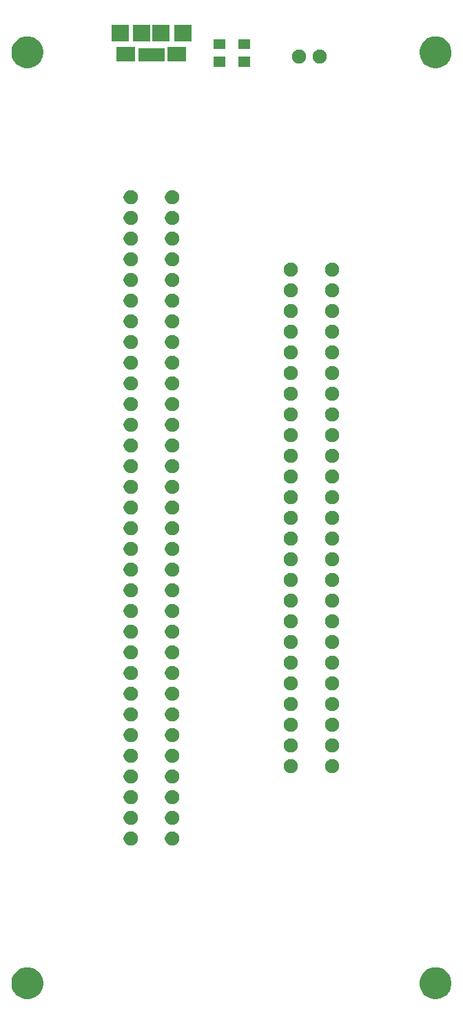
<source format=gts>
G04 #@! TF.GenerationSoftware,KiCad,Pcbnew,5.0.1-33cea8e~68~ubuntu18.04.1*
G04 #@! TF.CreationDate,2018-11-20T23:31:39-05:00*
G04 #@! TF.ProjectId,power-pcb,706F7765722D7063622E6B696361645F,0.1*
G04 #@! TF.SameCoordinates,Original*
G04 #@! TF.FileFunction,Soldermask,Top*
G04 #@! TF.FilePolarity,Negative*
%FSLAX45Y45*%
G04 Gerber Fmt 4.5, Leading zero omitted, Abs format (unit mm)*
G04 Created by KiCad (PCBNEW 5.0.1-33cea8e~68~ubuntu18.04.1) date Tue 20 Nov 2018 11:31:39 PM EST*
%MOMM*%
%LPD*%
G01*
G04 APERTURE LIST*
%ADD10C,0.100000*%
G04 APERTURE END LIST*
D10*
G36*
X17252958Y-15811411D02*
X17265554Y-15813917D01*
X17280299Y-15820024D01*
X17301151Y-15828661D01*
X17333188Y-15850068D01*
X17360432Y-15877312D01*
X17381839Y-15909349D01*
X17396583Y-15944946D01*
X17404100Y-15982735D01*
X17404100Y-16021265D01*
X17396583Y-16059054D01*
X17381839Y-16094651D01*
X17360432Y-16126688D01*
X17333188Y-16153932D01*
X17301151Y-16175338D01*
X17280299Y-16183976D01*
X17265554Y-16190083D01*
X17252958Y-16192589D01*
X17227765Y-16197600D01*
X17189235Y-16197600D01*
X17164042Y-16192589D01*
X17151446Y-16190083D01*
X17136701Y-16183976D01*
X17115849Y-16175338D01*
X17083812Y-16153932D01*
X17056568Y-16126688D01*
X17035162Y-16094651D01*
X17020417Y-16059054D01*
X17012900Y-16021265D01*
X17012900Y-15982735D01*
X17020417Y-15944946D01*
X17035162Y-15909349D01*
X17056568Y-15877312D01*
X17083812Y-15850068D01*
X17115849Y-15828661D01*
X17136701Y-15820024D01*
X17151446Y-15813917D01*
X17164042Y-15811411D01*
X17189235Y-15806400D01*
X17227765Y-15806400D01*
X17252958Y-15811411D01*
X17252958Y-15811411D01*
G37*
G36*
X12236458Y-15811411D02*
X12249054Y-15813917D01*
X12263799Y-15820024D01*
X12284651Y-15828661D01*
X12316688Y-15850068D01*
X12343932Y-15877312D01*
X12365338Y-15909349D01*
X12380083Y-15944946D01*
X12387600Y-15982735D01*
X12387600Y-16021265D01*
X12380083Y-16059054D01*
X12365338Y-16094651D01*
X12343932Y-16126688D01*
X12316688Y-16153932D01*
X12284651Y-16175338D01*
X12263799Y-16183976D01*
X12249054Y-16190083D01*
X12236458Y-16192589D01*
X12211265Y-16197600D01*
X12172735Y-16197600D01*
X12147542Y-16192589D01*
X12134946Y-16190083D01*
X12120201Y-16183976D01*
X12099349Y-16175338D01*
X12067312Y-16153932D01*
X12040068Y-16126688D01*
X12018661Y-16094651D01*
X12003917Y-16059054D01*
X11996400Y-16021265D01*
X11996400Y-15982735D01*
X12003917Y-15944946D01*
X12018661Y-15909349D01*
X12040068Y-15877312D01*
X12067312Y-15850068D01*
X12099349Y-15828661D01*
X12120201Y-15820024D01*
X12134946Y-15813917D01*
X12147542Y-15811411D01*
X12172735Y-15806400D01*
X12211265Y-15806400D01*
X12236458Y-15811411D01*
X12236458Y-15811411D01*
G37*
G36*
X13995190Y-14140959D02*
X14010907Y-14147469D01*
X14025051Y-14156920D01*
X14037080Y-14168949D01*
X14046531Y-14183093D01*
X14053041Y-14198810D01*
X14056360Y-14215494D01*
X14056360Y-14232506D01*
X14053041Y-14249190D01*
X14046531Y-14264907D01*
X14037080Y-14279051D01*
X14025051Y-14291080D01*
X14010907Y-14300531D01*
X13995190Y-14307041D01*
X13978506Y-14310360D01*
X13961494Y-14310360D01*
X13944810Y-14307041D01*
X13929093Y-14300531D01*
X13914949Y-14291080D01*
X13902920Y-14279051D01*
X13893469Y-14264907D01*
X13886959Y-14249190D01*
X13883640Y-14232506D01*
X13883640Y-14215494D01*
X13886959Y-14198810D01*
X13893469Y-14183093D01*
X13902920Y-14168949D01*
X13914949Y-14156920D01*
X13929093Y-14147469D01*
X13944810Y-14140959D01*
X13961494Y-14137640D01*
X13978506Y-14137640D01*
X13995190Y-14140959D01*
X13995190Y-14140959D01*
G37*
G36*
X13487190Y-14140959D02*
X13502907Y-14147469D01*
X13517051Y-14156920D01*
X13529080Y-14168949D01*
X13538531Y-14183093D01*
X13545041Y-14198810D01*
X13548360Y-14215494D01*
X13548360Y-14232506D01*
X13545041Y-14249190D01*
X13538531Y-14264907D01*
X13529080Y-14279051D01*
X13517051Y-14291080D01*
X13502907Y-14300531D01*
X13487190Y-14307041D01*
X13470506Y-14310360D01*
X13453494Y-14310360D01*
X13436810Y-14307041D01*
X13421093Y-14300531D01*
X13406949Y-14291080D01*
X13394920Y-14279051D01*
X13385469Y-14264907D01*
X13378959Y-14249190D01*
X13375640Y-14232506D01*
X13375640Y-14215494D01*
X13378959Y-14198810D01*
X13385469Y-14183093D01*
X13394920Y-14168949D01*
X13406949Y-14156920D01*
X13421093Y-14147469D01*
X13436810Y-14140959D01*
X13453494Y-14137640D01*
X13470506Y-14137640D01*
X13487190Y-14140959D01*
X13487190Y-14140959D01*
G37*
G36*
X13487190Y-13886959D02*
X13502907Y-13893469D01*
X13517051Y-13902920D01*
X13529080Y-13914949D01*
X13538531Y-13929093D01*
X13545041Y-13944810D01*
X13548360Y-13961494D01*
X13548360Y-13978506D01*
X13545041Y-13995190D01*
X13538531Y-14010907D01*
X13529080Y-14025051D01*
X13517051Y-14037080D01*
X13502907Y-14046531D01*
X13487190Y-14053041D01*
X13470506Y-14056360D01*
X13453494Y-14056360D01*
X13436810Y-14053041D01*
X13421093Y-14046531D01*
X13406949Y-14037080D01*
X13394920Y-14025051D01*
X13385469Y-14010907D01*
X13378959Y-13995190D01*
X13375640Y-13978506D01*
X13375640Y-13961494D01*
X13378959Y-13944810D01*
X13385469Y-13929093D01*
X13394920Y-13914949D01*
X13406949Y-13902920D01*
X13421093Y-13893469D01*
X13436810Y-13886959D01*
X13453494Y-13883640D01*
X13470506Y-13883640D01*
X13487190Y-13886959D01*
X13487190Y-13886959D01*
G37*
G36*
X13995190Y-13886959D02*
X14010907Y-13893469D01*
X14025051Y-13902920D01*
X14037080Y-13914949D01*
X14046531Y-13929093D01*
X14053041Y-13944810D01*
X14056360Y-13961494D01*
X14056360Y-13978506D01*
X14053041Y-13995190D01*
X14046531Y-14010907D01*
X14037080Y-14025051D01*
X14025051Y-14037080D01*
X14010907Y-14046531D01*
X13995190Y-14053041D01*
X13978506Y-14056360D01*
X13961494Y-14056360D01*
X13944810Y-14053041D01*
X13929093Y-14046531D01*
X13914949Y-14037080D01*
X13902920Y-14025051D01*
X13893469Y-14010907D01*
X13886959Y-13995190D01*
X13883640Y-13978506D01*
X13883640Y-13961494D01*
X13886959Y-13944810D01*
X13893469Y-13929093D01*
X13902920Y-13914949D01*
X13914949Y-13902920D01*
X13929093Y-13893469D01*
X13944810Y-13886959D01*
X13961494Y-13883640D01*
X13978506Y-13883640D01*
X13995190Y-13886959D01*
X13995190Y-13886959D01*
G37*
G36*
X13487190Y-13632959D02*
X13502907Y-13639469D01*
X13517051Y-13648920D01*
X13529080Y-13660949D01*
X13538531Y-13675093D01*
X13545041Y-13690810D01*
X13548360Y-13707494D01*
X13548360Y-13724506D01*
X13545041Y-13741190D01*
X13538531Y-13756907D01*
X13529080Y-13771051D01*
X13517051Y-13783080D01*
X13502907Y-13792531D01*
X13487190Y-13799041D01*
X13470506Y-13802360D01*
X13453494Y-13802360D01*
X13436810Y-13799041D01*
X13421093Y-13792531D01*
X13406949Y-13783080D01*
X13394920Y-13771051D01*
X13385469Y-13756907D01*
X13378959Y-13741190D01*
X13375640Y-13724506D01*
X13375640Y-13707494D01*
X13378959Y-13690810D01*
X13385469Y-13675093D01*
X13394920Y-13660949D01*
X13406949Y-13648920D01*
X13421093Y-13639469D01*
X13436810Y-13632959D01*
X13453494Y-13629640D01*
X13470506Y-13629640D01*
X13487190Y-13632959D01*
X13487190Y-13632959D01*
G37*
G36*
X13995190Y-13632959D02*
X14010907Y-13639469D01*
X14025051Y-13648920D01*
X14037080Y-13660949D01*
X14046531Y-13675093D01*
X14053041Y-13690810D01*
X14056360Y-13707494D01*
X14056360Y-13724506D01*
X14053041Y-13741190D01*
X14046531Y-13756907D01*
X14037080Y-13771051D01*
X14025051Y-13783080D01*
X14010907Y-13792531D01*
X13995190Y-13799041D01*
X13978506Y-13802360D01*
X13961494Y-13802360D01*
X13944810Y-13799041D01*
X13929093Y-13792531D01*
X13914949Y-13783080D01*
X13902920Y-13771051D01*
X13893469Y-13756907D01*
X13886959Y-13741190D01*
X13883640Y-13724506D01*
X13883640Y-13707494D01*
X13886959Y-13690810D01*
X13893469Y-13675093D01*
X13902920Y-13660949D01*
X13914949Y-13648920D01*
X13929093Y-13639469D01*
X13944810Y-13632959D01*
X13961494Y-13629640D01*
X13978506Y-13629640D01*
X13995190Y-13632959D01*
X13995190Y-13632959D01*
G37*
G36*
X13487190Y-13378959D02*
X13502907Y-13385469D01*
X13517051Y-13394920D01*
X13529080Y-13406949D01*
X13538531Y-13421093D01*
X13545041Y-13436810D01*
X13548360Y-13453494D01*
X13548360Y-13470506D01*
X13545041Y-13487190D01*
X13538531Y-13502907D01*
X13529080Y-13517051D01*
X13517051Y-13529080D01*
X13502907Y-13538531D01*
X13487190Y-13545041D01*
X13470506Y-13548360D01*
X13453494Y-13548360D01*
X13436810Y-13545041D01*
X13421093Y-13538531D01*
X13406949Y-13529080D01*
X13394920Y-13517051D01*
X13385469Y-13502907D01*
X13378959Y-13487190D01*
X13375640Y-13470506D01*
X13375640Y-13453494D01*
X13378959Y-13436810D01*
X13385469Y-13421093D01*
X13394920Y-13406949D01*
X13406949Y-13394920D01*
X13421093Y-13385469D01*
X13436810Y-13378959D01*
X13453494Y-13375640D01*
X13470506Y-13375640D01*
X13487190Y-13378959D01*
X13487190Y-13378959D01*
G37*
G36*
X13995190Y-13378959D02*
X14010907Y-13385469D01*
X14025051Y-13394920D01*
X14037080Y-13406949D01*
X14046531Y-13421093D01*
X14053041Y-13436810D01*
X14056360Y-13453494D01*
X14056360Y-13470506D01*
X14053041Y-13487190D01*
X14046531Y-13502907D01*
X14037080Y-13517051D01*
X14025051Y-13529080D01*
X14010907Y-13538531D01*
X13995190Y-13545041D01*
X13978506Y-13548360D01*
X13961494Y-13548360D01*
X13944810Y-13545041D01*
X13929093Y-13538531D01*
X13914949Y-13529080D01*
X13902920Y-13517051D01*
X13893469Y-13502907D01*
X13886959Y-13487190D01*
X13883640Y-13470506D01*
X13883640Y-13453494D01*
X13886959Y-13436810D01*
X13893469Y-13421093D01*
X13902920Y-13406949D01*
X13914949Y-13394920D01*
X13929093Y-13385469D01*
X13944810Y-13378959D01*
X13961494Y-13375640D01*
X13978506Y-13375640D01*
X13995190Y-13378959D01*
X13995190Y-13378959D01*
G37*
G36*
X15963690Y-13251959D02*
X15979407Y-13258469D01*
X15993551Y-13267920D01*
X16005580Y-13279949D01*
X16015031Y-13294093D01*
X16021541Y-13309810D01*
X16024860Y-13326494D01*
X16024860Y-13343506D01*
X16021541Y-13360190D01*
X16015031Y-13375907D01*
X16005580Y-13390051D01*
X15993551Y-13402080D01*
X15979407Y-13411531D01*
X15963690Y-13418041D01*
X15947006Y-13421360D01*
X15929994Y-13421360D01*
X15913310Y-13418041D01*
X15897593Y-13411531D01*
X15883449Y-13402080D01*
X15871420Y-13390051D01*
X15861969Y-13375907D01*
X15855459Y-13360190D01*
X15852140Y-13343506D01*
X15852140Y-13326494D01*
X15855459Y-13309810D01*
X15861969Y-13294093D01*
X15871420Y-13279949D01*
X15883449Y-13267920D01*
X15897593Y-13258469D01*
X15913310Y-13251959D01*
X15929994Y-13248640D01*
X15947006Y-13248640D01*
X15963690Y-13251959D01*
X15963690Y-13251959D01*
G37*
G36*
X15455690Y-13251959D02*
X15471407Y-13258469D01*
X15485551Y-13267920D01*
X15497580Y-13279949D01*
X15507031Y-13294093D01*
X15513541Y-13309810D01*
X15516860Y-13326494D01*
X15516860Y-13343506D01*
X15513541Y-13360190D01*
X15507031Y-13375907D01*
X15497580Y-13390051D01*
X15485551Y-13402080D01*
X15471407Y-13411531D01*
X15455690Y-13418041D01*
X15439006Y-13421360D01*
X15421994Y-13421360D01*
X15405310Y-13418041D01*
X15389593Y-13411531D01*
X15375449Y-13402080D01*
X15363420Y-13390051D01*
X15353969Y-13375907D01*
X15347459Y-13360190D01*
X15344140Y-13343506D01*
X15344140Y-13326494D01*
X15347459Y-13309810D01*
X15353969Y-13294093D01*
X15363420Y-13279949D01*
X15375449Y-13267920D01*
X15389593Y-13258469D01*
X15405310Y-13251959D01*
X15421994Y-13248640D01*
X15439006Y-13248640D01*
X15455690Y-13251959D01*
X15455690Y-13251959D01*
G37*
G36*
X13995190Y-13124959D02*
X14010907Y-13131469D01*
X14025051Y-13140920D01*
X14037080Y-13152949D01*
X14046531Y-13167093D01*
X14053041Y-13182810D01*
X14056360Y-13199494D01*
X14056360Y-13216506D01*
X14053041Y-13233190D01*
X14046531Y-13248907D01*
X14037080Y-13263051D01*
X14025051Y-13275080D01*
X14010907Y-13284531D01*
X13995190Y-13291041D01*
X13978506Y-13294360D01*
X13961494Y-13294360D01*
X13944810Y-13291041D01*
X13929093Y-13284531D01*
X13914949Y-13275080D01*
X13902920Y-13263051D01*
X13893469Y-13248907D01*
X13886959Y-13233190D01*
X13883640Y-13216506D01*
X13883640Y-13199494D01*
X13886959Y-13182810D01*
X13893469Y-13167093D01*
X13902920Y-13152949D01*
X13914949Y-13140920D01*
X13929093Y-13131469D01*
X13944810Y-13124959D01*
X13961494Y-13121640D01*
X13978506Y-13121640D01*
X13995190Y-13124959D01*
X13995190Y-13124959D01*
G37*
G36*
X13487190Y-13124959D02*
X13502907Y-13131469D01*
X13517051Y-13140920D01*
X13529080Y-13152949D01*
X13538531Y-13167093D01*
X13545041Y-13182810D01*
X13548360Y-13199494D01*
X13548360Y-13216506D01*
X13545041Y-13233190D01*
X13538531Y-13248907D01*
X13529080Y-13263051D01*
X13517051Y-13275080D01*
X13502907Y-13284531D01*
X13487190Y-13291041D01*
X13470506Y-13294360D01*
X13453494Y-13294360D01*
X13436810Y-13291041D01*
X13421093Y-13284531D01*
X13406949Y-13275080D01*
X13394920Y-13263051D01*
X13385469Y-13248907D01*
X13378959Y-13233190D01*
X13375640Y-13216506D01*
X13375640Y-13199494D01*
X13378959Y-13182810D01*
X13385469Y-13167093D01*
X13394920Y-13152949D01*
X13406949Y-13140920D01*
X13421093Y-13131469D01*
X13436810Y-13124959D01*
X13453494Y-13121640D01*
X13470506Y-13121640D01*
X13487190Y-13124959D01*
X13487190Y-13124959D01*
G37*
G36*
X15455690Y-12997959D02*
X15471407Y-13004469D01*
X15485551Y-13013920D01*
X15497580Y-13025949D01*
X15507031Y-13040093D01*
X15513541Y-13055810D01*
X15516860Y-13072494D01*
X15516860Y-13089506D01*
X15513541Y-13106190D01*
X15507031Y-13121907D01*
X15497580Y-13136051D01*
X15485551Y-13148080D01*
X15471407Y-13157531D01*
X15455690Y-13164041D01*
X15439006Y-13167360D01*
X15421994Y-13167360D01*
X15405310Y-13164041D01*
X15389593Y-13157531D01*
X15375449Y-13148080D01*
X15363420Y-13136051D01*
X15353969Y-13121907D01*
X15347459Y-13106190D01*
X15344140Y-13089506D01*
X15344140Y-13072494D01*
X15347459Y-13055810D01*
X15353969Y-13040093D01*
X15363420Y-13025949D01*
X15375449Y-13013920D01*
X15389593Y-13004469D01*
X15405310Y-12997959D01*
X15421994Y-12994640D01*
X15439006Y-12994640D01*
X15455690Y-12997959D01*
X15455690Y-12997959D01*
G37*
G36*
X15963690Y-12997959D02*
X15979407Y-13004469D01*
X15993551Y-13013920D01*
X16005580Y-13025949D01*
X16015031Y-13040093D01*
X16021541Y-13055810D01*
X16024860Y-13072494D01*
X16024860Y-13089506D01*
X16021541Y-13106190D01*
X16015031Y-13121907D01*
X16005580Y-13136051D01*
X15993551Y-13148080D01*
X15979407Y-13157531D01*
X15963690Y-13164041D01*
X15947006Y-13167360D01*
X15929994Y-13167360D01*
X15913310Y-13164041D01*
X15897593Y-13157531D01*
X15883449Y-13148080D01*
X15871420Y-13136051D01*
X15861969Y-13121907D01*
X15855459Y-13106190D01*
X15852140Y-13089506D01*
X15852140Y-13072494D01*
X15855459Y-13055810D01*
X15861969Y-13040093D01*
X15871420Y-13025949D01*
X15883449Y-13013920D01*
X15897593Y-13004469D01*
X15913310Y-12997959D01*
X15929994Y-12994640D01*
X15947006Y-12994640D01*
X15963690Y-12997959D01*
X15963690Y-12997959D01*
G37*
G36*
X13487190Y-12870959D02*
X13502907Y-12877469D01*
X13517051Y-12886920D01*
X13529080Y-12898949D01*
X13538531Y-12913093D01*
X13545041Y-12928810D01*
X13548360Y-12945494D01*
X13548360Y-12962506D01*
X13545041Y-12979190D01*
X13538531Y-12994907D01*
X13529080Y-13009051D01*
X13517051Y-13021080D01*
X13502907Y-13030531D01*
X13487190Y-13037041D01*
X13470506Y-13040360D01*
X13453494Y-13040360D01*
X13436810Y-13037041D01*
X13421093Y-13030531D01*
X13406949Y-13021080D01*
X13394920Y-13009051D01*
X13385469Y-12994907D01*
X13378959Y-12979190D01*
X13375640Y-12962506D01*
X13375640Y-12945494D01*
X13378959Y-12928810D01*
X13385469Y-12913093D01*
X13394920Y-12898949D01*
X13406949Y-12886920D01*
X13421093Y-12877469D01*
X13436810Y-12870959D01*
X13453494Y-12867640D01*
X13470506Y-12867640D01*
X13487190Y-12870959D01*
X13487190Y-12870959D01*
G37*
G36*
X13995190Y-12870959D02*
X14010907Y-12877469D01*
X14025051Y-12886920D01*
X14037080Y-12898949D01*
X14046531Y-12913093D01*
X14053041Y-12928810D01*
X14056360Y-12945494D01*
X14056360Y-12962506D01*
X14053041Y-12979190D01*
X14046531Y-12994907D01*
X14037080Y-13009051D01*
X14025051Y-13021080D01*
X14010907Y-13030531D01*
X13995190Y-13037041D01*
X13978506Y-13040360D01*
X13961494Y-13040360D01*
X13944810Y-13037041D01*
X13929093Y-13030531D01*
X13914949Y-13021080D01*
X13902920Y-13009051D01*
X13893469Y-12994907D01*
X13886959Y-12979190D01*
X13883640Y-12962506D01*
X13883640Y-12945494D01*
X13886959Y-12928810D01*
X13893469Y-12913093D01*
X13902920Y-12898949D01*
X13914949Y-12886920D01*
X13929093Y-12877469D01*
X13944810Y-12870959D01*
X13961494Y-12867640D01*
X13978506Y-12867640D01*
X13995190Y-12870959D01*
X13995190Y-12870959D01*
G37*
G36*
X15455690Y-12743959D02*
X15471407Y-12750469D01*
X15485551Y-12759920D01*
X15497580Y-12771949D01*
X15507031Y-12786093D01*
X15513541Y-12801810D01*
X15516860Y-12818494D01*
X15516860Y-12835506D01*
X15513541Y-12852190D01*
X15507031Y-12867907D01*
X15497580Y-12882051D01*
X15485551Y-12894080D01*
X15471407Y-12903531D01*
X15455690Y-12910041D01*
X15439006Y-12913360D01*
X15421994Y-12913360D01*
X15405310Y-12910041D01*
X15389593Y-12903531D01*
X15375449Y-12894080D01*
X15363420Y-12882051D01*
X15353969Y-12867907D01*
X15347459Y-12852190D01*
X15344140Y-12835506D01*
X15344140Y-12818494D01*
X15347459Y-12801810D01*
X15353969Y-12786093D01*
X15363420Y-12771949D01*
X15375449Y-12759920D01*
X15389593Y-12750469D01*
X15405310Y-12743959D01*
X15421994Y-12740640D01*
X15439006Y-12740640D01*
X15455690Y-12743959D01*
X15455690Y-12743959D01*
G37*
G36*
X15963690Y-12743959D02*
X15979407Y-12750469D01*
X15993551Y-12759920D01*
X16005580Y-12771949D01*
X16015031Y-12786093D01*
X16021541Y-12801810D01*
X16024860Y-12818494D01*
X16024860Y-12835506D01*
X16021541Y-12852190D01*
X16015031Y-12867907D01*
X16005580Y-12882051D01*
X15993551Y-12894080D01*
X15979407Y-12903531D01*
X15963690Y-12910041D01*
X15947006Y-12913360D01*
X15929994Y-12913360D01*
X15913310Y-12910041D01*
X15897593Y-12903531D01*
X15883449Y-12894080D01*
X15871420Y-12882051D01*
X15861969Y-12867907D01*
X15855459Y-12852190D01*
X15852140Y-12835506D01*
X15852140Y-12818494D01*
X15855459Y-12801810D01*
X15861969Y-12786093D01*
X15871420Y-12771949D01*
X15883449Y-12759920D01*
X15897593Y-12750469D01*
X15913310Y-12743959D01*
X15929994Y-12740640D01*
X15947006Y-12740640D01*
X15963690Y-12743959D01*
X15963690Y-12743959D01*
G37*
G36*
X13487190Y-12616959D02*
X13502907Y-12623469D01*
X13517051Y-12632920D01*
X13529080Y-12644949D01*
X13538531Y-12659093D01*
X13545041Y-12674810D01*
X13548360Y-12691494D01*
X13548360Y-12708506D01*
X13545041Y-12725190D01*
X13538531Y-12740907D01*
X13529080Y-12755051D01*
X13517051Y-12767080D01*
X13502907Y-12776531D01*
X13487190Y-12783041D01*
X13470506Y-12786360D01*
X13453494Y-12786360D01*
X13436810Y-12783041D01*
X13421093Y-12776531D01*
X13406949Y-12767080D01*
X13394920Y-12755051D01*
X13385469Y-12740907D01*
X13378959Y-12725190D01*
X13375640Y-12708506D01*
X13375640Y-12691494D01*
X13378959Y-12674810D01*
X13385469Y-12659093D01*
X13394920Y-12644949D01*
X13406949Y-12632920D01*
X13421093Y-12623469D01*
X13436810Y-12616959D01*
X13453494Y-12613640D01*
X13470506Y-12613640D01*
X13487190Y-12616959D01*
X13487190Y-12616959D01*
G37*
G36*
X13995190Y-12616959D02*
X14010907Y-12623469D01*
X14025051Y-12632920D01*
X14037080Y-12644949D01*
X14046531Y-12659093D01*
X14053041Y-12674810D01*
X14056360Y-12691494D01*
X14056360Y-12708506D01*
X14053041Y-12725190D01*
X14046531Y-12740907D01*
X14037080Y-12755051D01*
X14025051Y-12767080D01*
X14010907Y-12776531D01*
X13995190Y-12783041D01*
X13978506Y-12786360D01*
X13961494Y-12786360D01*
X13944810Y-12783041D01*
X13929093Y-12776531D01*
X13914949Y-12767080D01*
X13902920Y-12755051D01*
X13893469Y-12740907D01*
X13886959Y-12725190D01*
X13883640Y-12708506D01*
X13883640Y-12691494D01*
X13886959Y-12674810D01*
X13893469Y-12659093D01*
X13902920Y-12644949D01*
X13914949Y-12632920D01*
X13929093Y-12623469D01*
X13944810Y-12616959D01*
X13961494Y-12613640D01*
X13978506Y-12613640D01*
X13995190Y-12616959D01*
X13995190Y-12616959D01*
G37*
G36*
X15455690Y-12489959D02*
X15471407Y-12496469D01*
X15485551Y-12505920D01*
X15497580Y-12517949D01*
X15507031Y-12532093D01*
X15513541Y-12547810D01*
X15516860Y-12564494D01*
X15516860Y-12581506D01*
X15513541Y-12598190D01*
X15507031Y-12613907D01*
X15497580Y-12628051D01*
X15485551Y-12640080D01*
X15471407Y-12649531D01*
X15455690Y-12656041D01*
X15439006Y-12659360D01*
X15421994Y-12659360D01*
X15405310Y-12656041D01*
X15389593Y-12649531D01*
X15375449Y-12640080D01*
X15363420Y-12628051D01*
X15353969Y-12613907D01*
X15347459Y-12598190D01*
X15344140Y-12581506D01*
X15344140Y-12564494D01*
X15347459Y-12547810D01*
X15353969Y-12532093D01*
X15363420Y-12517949D01*
X15375449Y-12505920D01*
X15389593Y-12496469D01*
X15405310Y-12489959D01*
X15421994Y-12486640D01*
X15439006Y-12486640D01*
X15455690Y-12489959D01*
X15455690Y-12489959D01*
G37*
G36*
X15963690Y-12489959D02*
X15979407Y-12496469D01*
X15993551Y-12505920D01*
X16005580Y-12517949D01*
X16015031Y-12532093D01*
X16021541Y-12547810D01*
X16024860Y-12564494D01*
X16024860Y-12581506D01*
X16021541Y-12598190D01*
X16015031Y-12613907D01*
X16005580Y-12628051D01*
X15993551Y-12640080D01*
X15979407Y-12649531D01*
X15963690Y-12656041D01*
X15947006Y-12659360D01*
X15929994Y-12659360D01*
X15913310Y-12656041D01*
X15897593Y-12649531D01*
X15883449Y-12640080D01*
X15871420Y-12628051D01*
X15861969Y-12613907D01*
X15855459Y-12598190D01*
X15852140Y-12581506D01*
X15852140Y-12564494D01*
X15855459Y-12547810D01*
X15861969Y-12532093D01*
X15871420Y-12517949D01*
X15883449Y-12505920D01*
X15897593Y-12496469D01*
X15913310Y-12489959D01*
X15929994Y-12486640D01*
X15947006Y-12486640D01*
X15963690Y-12489959D01*
X15963690Y-12489959D01*
G37*
G36*
X13487190Y-12362959D02*
X13502907Y-12369469D01*
X13517051Y-12378920D01*
X13529080Y-12390949D01*
X13538531Y-12405093D01*
X13545041Y-12420810D01*
X13548360Y-12437494D01*
X13548360Y-12454506D01*
X13545041Y-12471190D01*
X13538531Y-12486907D01*
X13529080Y-12501051D01*
X13517051Y-12513080D01*
X13502907Y-12522531D01*
X13487190Y-12529041D01*
X13470506Y-12532360D01*
X13453494Y-12532360D01*
X13436810Y-12529041D01*
X13421093Y-12522531D01*
X13406949Y-12513080D01*
X13394920Y-12501051D01*
X13385469Y-12486907D01*
X13378959Y-12471190D01*
X13375640Y-12454506D01*
X13375640Y-12437494D01*
X13378959Y-12420810D01*
X13385469Y-12405093D01*
X13394920Y-12390949D01*
X13406949Y-12378920D01*
X13421093Y-12369469D01*
X13436810Y-12362959D01*
X13453494Y-12359640D01*
X13470506Y-12359640D01*
X13487190Y-12362959D01*
X13487190Y-12362959D01*
G37*
G36*
X13995190Y-12362959D02*
X14010907Y-12369469D01*
X14025051Y-12378920D01*
X14037080Y-12390949D01*
X14046531Y-12405093D01*
X14053041Y-12420810D01*
X14056360Y-12437494D01*
X14056360Y-12454506D01*
X14053041Y-12471190D01*
X14046531Y-12486907D01*
X14037080Y-12501051D01*
X14025051Y-12513080D01*
X14010907Y-12522531D01*
X13995190Y-12529041D01*
X13978506Y-12532360D01*
X13961494Y-12532360D01*
X13944810Y-12529041D01*
X13929093Y-12522531D01*
X13914949Y-12513080D01*
X13902920Y-12501051D01*
X13893469Y-12486907D01*
X13886959Y-12471190D01*
X13883640Y-12454506D01*
X13883640Y-12437494D01*
X13886959Y-12420810D01*
X13893469Y-12405093D01*
X13902920Y-12390949D01*
X13914949Y-12378920D01*
X13929093Y-12369469D01*
X13944810Y-12362959D01*
X13961494Y-12359640D01*
X13978506Y-12359640D01*
X13995190Y-12362959D01*
X13995190Y-12362959D01*
G37*
G36*
X15963690Y-12235959D02*
X15979407Y-12242469D01*
X15993551Y-12251920D01*
X16005580Y-12263949D01*
X16015031Y-12278093D01*
X16021541Y-12293810D01*
X16024860Y-12310494D01*
X16024860Y-12327506D01*
X16021541Y-12344190D01*
X16015031Y-12359907D01*
X16005580Y-12374051D01*
X15993551Y-12386080D01*
X15979407Y-12395531D01*
X15963690Y-12402041D01*
X15947006Y-12405360D01*
X15929994Y-12405360D01*
X15913310Y-12402041D01*
X15897593Y-12395531D01*
X15883449Y-12386080D01*
X15871420Y-12374051D01*
X15861969Y-12359907D01*
X15855459Y-12344190D01*
X15852140Y-12327506D01*
X15852140Y-12310494D01*
X15855459Y-12293810D01*
X15861969Y-12278093D01*
X15871420Y-12263949D01*
X15883449Y-12251920D01*
X15897593Y-12242469D01*
X15913310Y-12235959D01*
X15929994Y-12232640D01*
X15947006Y-12232640D01*
X15963690Y-12235959D01*
X15963690Y-12235959D01*
G37*
G36*
X15455690Y-12235959D02*
X15471407Y-12242469D01*
X15485551Y-12251920D01*
X15497580Y-12263949D01*
X15507031Y-12278093D01*
X15513541Y-12293810D01*
X15516860Y-12310494D01*
X15516860Y-12327506D01*
X15513541Y-12344190D01*
X15507031Y-12359907D01*
X15497580Y-12374051D01*
X15485551Y-12386080D01*
X15471407Y-12395531D01*
X15455690Y-12402041D01*
X15439006Y-12405360D01*
X15421994Y-12405360D01*
X15405310Y-12402041D01*
X15389593Y-12395531D01*
X15375449Y-12386080D01*
X15363420Y-12374051D01*
X15353969Y-12359907D01*
X15347459Y-12344190D01*
X15344140Y-12327506D01*
X15344140Y-12310494D01*
X15347459Y-12293810D01*
X15353969Y-12278093D01*
X15363420Y-12263949D01*
X15375449Y-12251920D01*
X15389593Y-12242469D01*
X15405310Y-12235959D01*
X15421994Y-12232640D01*
X15439006Y-12232640D01*
X15455690Y-12235959D01*
X15455690Y-12235959D01*
G37*
G36*
X13995190Y-12108959D02*
X14010907Y-12115469D01*
X14025051Y-12124920D01*
X14037080Y-12136949D01*
X14046531Y-12151093D01*
X14053041Y-12166810D01*
X14056360Y-12183494D01*
X14056360Y-12200506D01*
X14053041Y-12217190D01*
X14046531Y-12232907D01*
X14037080Y-12247051D01*
X14025051Y-12259080D01*
X14010907Y-12268531D01*
X13995190Y-12275041D01*
X13978506Y-12278360D01*
X13961494Y-12278360D01*
X13944810Y-12275041D01*
X13929093Y-12268531D01*
X13914949Y-12259080D01*
X13902920Y-12247051D01*
X13893469Y-12232907D01*
X13886959Y-12217190D01*
X13883640Y-12200506D01*
X13883640Y-12183494D01*
X13886959Y-12166810D01*
X13893469Y-12151093D01*
X13902920Y-12136949D01*
X13914949Y-12124920D01*
X13929093Y-12115469D01*
X13944810Y-12108959D01*
X13961494Y-12105640D01*
X13978506Y-12105640D01*
X13995190Y-12108959D01*
X13995190Y-12108959D01*
G37*
G36*
X13487190Y-12108959D02*
X13502907Y-12115469D01*
X13517051Y-12124920D01*
X13529080Y-12136949D01*
X13538531Y-12151093D01*
X13545041Y-12166810D01*
X13548360Y-12183494D01*
X13548360Y-12200506D01*
X13545041Y-12217190D01*
X13538531Y-12232907D01*
X13529080Y-12247051D01*
X13517051Y-12259080D01*
X13502907Y-12268531D01*
X13487190Y-12275041D01*
X13470506Y-12278360D01*
X13453494Y-12278360D01*
X13436810Y-12275041D01*
X13421093Y-12268531D01*
X13406949Y-12259080D01*
X13394920Y-12247051D01*
X13385469Y-12232907D01*
X13378959Y-12217190D01*
X13375640Y-12200506D01*
X13375640Y-12183494D01*
X13378959Y-12166810D01*
X13385469Y-12151093D01*
X13394920Y-12136949D01*
X13406949Y-12124920D01*
X13421093Y-12115469D01*
X13436810Y-12108959D01*
X13453494Y-12105640D01*
X13470506Y-12105640D01*
X13487190Y-12108959D01*
X13487190Y-12108959D01*
G37*
G36*
X15455690Y-11981959D02*
X15471407Y-11988469D01*
X15485551Y-11997920D01*
X15497580Y-12009949D01*
X15507031Y-12024093D01*
X15513541Y-12039810D01*
X15516860Y-12056494D01*
X15516860Y-12073506D01*
X15513541Y-12090190D01*
X15507031Y-12105907D01*
X15497580Y-12120051D01*
X15485551Y-12132080D01*
X15471407Y-12141531D01*
X15455690Y-12148041D01*
X15439006Y-12151360D01*
X15421994Y-12151360D01*
X15405310Y-12148041D01*
X15389593Y-12141531D01*
X15375449Y-12132080D01*
X15363420Y-12120051D01*
X15353969Y-12105907D01*
X15347459Y-12090190D01*
X15344140Y-12073506D01*
X15344140Y-12056494D01*
X15347459Y-12039810D01*
X15353969Y-12024093D01*
X15363420Y-12009949D01*
X15375449Y-11997920D01*
X15389593Y-11988469D01*
X15405310Y-11981959D01*
X15421994Y-11978640D01*
X15439006Y-11978640D01*
X15455690Y-11981959D01*
X15455690Y-11981959D01*
G37*
G36*
X15963690Y-11981959D02*
X15979407Y-11988469D01*
X15993551Y-11997920D01*
X16005580Y-12009949D01*
X16015031Y-12024093D01*
X16021541Y-12039810D01*
X16024860Y-12056494D01*
X16024860Y-12073506D01*
X16021541Y-12090190D01*
X16015031Y-12105907D01*
X16005580Y-12120051D01*
X15993551Y-12132080D01*
X15979407Y-12141531D01*
X15963690Y-12148041D01*
X15947006Y-12151360D01*
X15929994Y-12151360D01*
X15913310Y-12148041D01*
X15897593Y-12141531D01*
X15883449Y-12132080D01*
X15871420Y-12120051D01*
X15861969Y-12105907D01*
X15855459Y-12090190D01*
X15852140Y-12073506D01*
X15852140Y-12056494D01*
X15855459Y-12039810D01*
X15861969Y-12024093D01*
X15871420Y-12009949D01*
X15883449Y-11997920D01*
X15897593Y-11988469D01*
X15913310Y-11981959D01*
X15929994Y-11978640D01*
X15947006Y-11978640D01*
X15963690Y-11981959D01*
X15963690Y-11981959D01*
G37*
G36*
X13487190Y-11854959D02*
X13502907Y-11861469D01*
X13517051Y-11870920D01*
X13529080Y-11882949D01*
X13538531Y-11897093D01*
X13545041Y-11912810D01*
X13548360Y-11929494D01*
X13548360Y-11946506D01*
X13545041Y-11963190D01*
X13538531Y-11978907D01*
X13529080Y-11993051D01*
X13517051Y-12005080D01*
X13502907Y-12014531D01*
X13487190Y-12021041D01*
X13470506Y-12024360D01*
X13453494Y-12024360D01*
X13436810Y-12021041D01*
X13421093Y-12014531D01*
X13406949Y-12005080D01*
X13394920Y-11993051D01*
X13385469Y-11978907D01*
X13378959Y-11963190D01*
X13375640Y-11946506D01*
X13375640Y-11929494D01*
X13378959Y-11912810D01*
X13385469Y-11897093D01*
X13394920Y-11882949D01*
X13406949Y-11870920D01*
X13421093Y-11861469D01*
X13436810Y-11854959D01*
X13453494Y-11851640D01*
X13470506Y-11851640D01*
X13487190Y-11854959D01*
X13487190Y-11854959D01*
G37*
G36*
X13995190Y-11854959D02*
X14010907Y-11861469D01*
X14025051Y-11870920D01*
X14037080Y-11882949D01*
X14046531Y-11897093D01*
X14053041Y-11912810D01*
X14056360Y-11929494D01*
X14056360Y-11946506D01*
X14053041Y-11963190D01*
X14046531Y-11978907D01*
X14037080Y-11993051D01*
X14025051Y-12005080D01*
X14010907Y-12014531D01*
X13995190Y-12021041D01*
X13978506Y-12024360D01*
X13961494Y-12024360D01*
X13944810Y-12021041D01*
X13929093Y-12014531D01*
X13914949Y-12005080D01*
X13902920Y-11993051D01*
X13893469Y-11978907D01*
X13886959Y-11963190D01*
X13883640Y-11946506D01*
X13883640Y-11929494D01*
X13886959Y-11912810D01*
X13893469Y-11897093D01*
X13902920Y-11882949D01*
X13914949Y-11870920D01*
X13929093Y-11861469D01*
X13944810Y-11854959D01*
X13961494Y-11851640D01*
X13978506Y-11851640D01*
X13995190Y-11854959D01*
X13995190Y-11854959D01*
G37*
G36*
X15455690Y-11727959D02*
X15471407Y-11734469D01*
X15485551Y-11743920D01*
X15497580Y-11755949D01*
X15507031Y-11770093D01*
X15513541Y-11785810D01*
X15516860Y-11802494D01*
X15516860Y-11819506D01*
X15513541Y-11836190D01*
X15507031Y-11851907D01*
X15497580Y-11866051D01*
X15485551Y-11878080D01*
X15471407Y-11887531D01*
X15455690Y-11894041D01*
X15439006Y-11897360D01*
X15421994Y-11897360D01*
X15405310Y-11894041D01*
X15389593Y-11887531D01*
X15375449Y-11878080D01*
X15363420Y-11866051D01*
X15353969Y-11851907D01*
X15347459Y-11836190D01*
X15344140Y-11819506D01*
X15344140Y-11802494D01*
X15347459Y-11785810D01*
X15353969Y-11770093D01*
X15363420Y-11755949D01*
X15375449Y-11743920D01*
X15389593Y-11734469D01*
X15405310Y-11727959D01*
X15421994Y-11724640D01*
X15439006Y-11724640D01*
X15455690Y-11727959D01*
X15455690Y-11727959D01*
G37*
G36*
X15963690Y-11727959D02*
X15979407Y-11734469D01*
X15993551Y-11743920D01*
X16005580Y-11755949D01*
X16015031Y-11770093D01*
X16021541Y-11785810D01*
X16024860Y-11802494D01*
X16024860Y-11819506D01*
X16021541Y-11836190D01*
X16015031Y-11851907D01*
X16005580Y-11866051D01*
X15993551Y-11878080D01*
X15979407Y-11887531D01*
X15963690Y-11894041D01*
X15947006Y-11897360D01*
X15929994Y-11897360D01*
X15913310Y-11894041D01*
X15897593Y-11887531D01*
X15883449Y-11878080D01*
X15871420Y-11866051D01*
X15861969Y-11851907D01*
X15855459Y-11836190D01*
X15852140Y-11819506D01*
X15852140Y-11802494D01*
X15855459Y-11785810D01*
X15861969Y-11770093D01*
X15871420Y-11755949D01*
X15883449Y-11743920D01*
X15897593Y-11734469D01*
X15913310Y-11727959D01*
X15929994Y-11724640D01*
X15947006Y-11724640D01*
X15963690Y-11727959D01*
X15963690Y-11727959D01*
G37*
G36*
X13995190Y-11600959D02*
X14010907Y-11607469D01*
X14025051Y-11616920D01*
X14037080Y-11628949D01*
X14046531Y-11643093D01*
X14053041Y-11658810D01*
X14056360Y-11675494D01*
X14056360Y-11692506D01*
X14053041Y-11709190D01*
X14046531Y-11724907D01*
X14037080Y-11739051D01*
X14025051Y-11751080D01*
X14010907Y-11760531D01*
X13995190Y-11767041D01*
X13978506Y-11770360D01*
X13961494Y-11770360D01*
X13944810Y-11767041D01*
X13929093Y-11760531D01*
X13914949Y-11751080D01*
X13902920Y-11739051D01*
X13893469Y-11724907D01*
X13886959Y-11709190D01*
X13883640Y-11692506D01*
X13883640Y-11675494D01*
X13886959Y-11658810D01*
X13893469Y-11643093D01*
X13902920Y-11628949D01*
X13914949Y-11616920D01*
X13929093Y-11607469D01*
X13944810Y-11600959D01*
X13961494Y-11597640D01*
X13978506Y-11597640D01*
X13995190Y-11600959D01*
X13995190Y-11600959D01*
G37*
G36*
X13487190Y-11600959D02*
X13502907Y-11607469D01*
X13517051Y-11616920D01*
X13529080Y-11628949D01*
X13538531Y-11643093D01*
X13545041Y-11658810D01*
X13548360Y-11675494D01*
X13548360Y-11692506D01*
X13545041Y-11709190D01*
X13538531Y-11724907D01*
X13529080Y-11739051D01*
X13517051Y-11751080D01*
X13502907Y-11760531D01*
X13487190Y-11767041D01*
X13470506Y-11770360D01*
X13453494Y-11770360D01*
X13436810Y-11767041D01*
X13421093Y-11760531D01*
X13406949Y-11751080D01*
X13394920Y-11739051D01*
X13385469Y-11724907D01*
X13378959Y-11709190D01*
X13375640Y-11692506D01*
X13375640Y-11675494D01*
X13378959Y-11658810D01*
X13385469Y-11643093D01*
X13394920Y-11628949D01*
X13406949Y-11616920D01*
X13421093Y-11607469D01*
X13436810Y-11600959D01*
X13453494Y-11597640D01*
X13470506Y-11597640D01*
X13487190Y-11600959D01*
X13487190Y-11600959D01*
G37*
G36*
X15963690Y-11473959D02*
X15979407Y-11480469D01*
X15993551Y-11489920D01*
X16005580Y-11501949D01*
X16015031Y-11516093D01*
X16021541Y-11531810D01*
X16024860Y-11548494D01*
X16024860Y-11565506D01*
X16021541Y-11582190D01*
X16015031Y-11597907D01*
X16005580Y-11612051D01*
X15993551Y-11624080D01*
X15979407Y-11633531D01*
X15963690Y-11640041D01*
X15947006Y-11643360D01*
X15929994Y-11643360D01*
X15913310Y-11640041D01*
X15897593Y-11633531D01*
X15883449Y-11624080D01*
X15871420Y-11612051D01*
X15861969Y-11597907D01*
X15855459Y-11582190D01*
X15852140Y-11565506D01*
X15852140Y-11548494D01*
X15855459Y-11531810D01*
X15861969Y-11516093D01*
X15871420Y-11501949D01*
X15883449Y-11489920D01*
X15897593Y-11480469D01*
X15913310Y-11473959D01*
X15929994Y-11470640D01*
X15947006Y-11470640D01*
X15963690Y-11473959D01*
X15963690Y-11473959D01*
G37*
G36*
X15455690Y-11473959D02*
X15471407Y-11480469D01*
X15485551Y-11489920D01*
X15497580Y-11501949D01*
X15507031Y-11516093D01*
X15513541Y-11531810D01*
X15516860Y-11548494D01*
X15516860Y-11565506D01*
X15513541Y-11582190D01*
X15507031Y-11597907D01*
X15497580Y-11612051D01*
X15485551Y-11624080D01*
X15471407Y-11633531D01*
X15455690Y-11640041D01*
X15439006Y-11643360D01*
X15421994Y-11643360D01*
X15405310Y-11640041D01*
X15389593Y-11633531D01*
X15375449Y-11624080D01*
X15363420Y-11612051D01*
X15353969Y-11597907D01*
X15347459Y-11582190D01*
X15344140Y-11565506D01*
X15344140Y-11548494D01*
X15347459Y-11531810D01*
X15353969Y-11516093D01*
X15363420Y-11501949D01*
X15375449Y-11489920D01*
X15389593Y-11480469D01*
X15405310Y-11473959D01*
X15421994Y-11470640D01*
X15439006Y-11470640D01*
X15455690Y-11473959D01*
X15455690Y-11473959D01*
G37*
G36*
X13487190Y-11346959D02*
X13502907Y-11353469D01*
X13517051Y-11362920D01*
X13529080Y-11374949D01*
X13538531Y-11389093D01*
X13545041Y-11404810D01*
X13548360Y-11421494D01*
X13548360Y-11438506D01*
X13545041Y-11455190D01*
X13538531Y-11470907D01*
X13529080Y-11485051D01*
X13517051Y-11497080D01*
X13502907Y-11506531D01*
X13487190Y-11513041D01*
X13470506Y-11516360D01*
X13453494Y-11516360D01*
X13436810Y-11513041D01*
X13421093Y-11506531D01*
X13406949Y-11497080D01*
X13394920Y-11485051D01*
X13385469Y-11470907D01*
X13378959Y-11455190D01*
X13375640Y-11438506D01*
X13375640Y-11421494D01*
X13378959Y-11404810D01*
X13385469Y-11389093D01*
X13394920Y-11374949D01*
X13406949Y-11362920D01*
X13421093Y-11353469D01*
X13436810Y-11346959D01*
X13453494Y-11343640D01*
X13470506Y-11343640D01*
X13487190Y-11346959D01*
X13487190Y-11346959D01*
G37*
G36*
X13995190Y-11346959D02*
X14010907Y-11353469D01*
X14025051Y-11362920D01*
X14037080Y-11374949D01*
X14046531Y-11389093D01*
X14053041Y-11404810D01*
X14056360Y-11421494D01*
X14056360Y-11438506D01*
X14053041Y-11455190D01*
X14046531Y-11470907D01*
X14037080Y-11485051D01*
X14025051Y-11497080D01*
X14010907Y-11506531D01*
X13995190Y-11513041D01*
X13978506Y-11516360D01*
X13961494Y-11516360D01*
X13944810Y-11513041D01*
X13929093Y-11506531D01*
X13914949Y-11497080D01*
X13902920Y-11485051D01*
X13893469Y-11470907D01*
X13886959Y-11455190D01*
X13883640Y-11438506D01*
X13883640Y-11421494D01*
X13886959Y-11404810D01*
X13893469Y-11389093D01*
X13902920Y-11374949D01*
X13914949Y-11362920D01*
X13929093Y-11353469D01*
X13944810Y-11346959D01*
X13961494Y-11343640D01*
X13978506Y-11343640D01*
X13995190Y-11346959D01*
X13995190Y-11346959D01*
G37*
G36*
X15963690Y-11219959D02*
X15979407Y-11226469D01*
X15993551Y-11235920D01*
X16005580Y-11247949D01*
X16015031Y-11262093D01*
X16021541Y-11277810D01*
X16024860Y-11294494D01*
X16024860Y-11311506D01*
X16021541Y-11328190D01*
X16015031Y-11343907D01*
X16005580Y-11358051D01*
X15993551Y-11370080D01*
X15979407Y-11379531D01*
X15963690Y-11386041D01*
X15947006Y-11389360D01*
X15929994Y-11389360D01*
X15913310Y-11386041D01*
X15897593Y-11379531D01*
X15883449Y-11370080D01*
X15871420Y-11358051D01*
X15861969Y-11343907D01*
X15855459Y-11328190D01*
X15852140Y-11311506D01*
X15852140Y-11294494D01*
X15855459Y-11277810D01*
X15861969Y-11262093D01*
X15871420Y-11247949D01*
X15883449Y-11235920D01*
X15897593Y-11226469D01*
X15913310Y-11219959D01*
X15929994Y-11216640D01*
X15947006Y-11216640D01*
X15963690Y-11219959D01*
X15963690Y-11219959D01*
G37*
G36*
X15455690Y-11219959D02*
X15471407Y-11226469D01*
X15485551Y-11235920D01*
X15497580Y-11247949D01*
X15507031Y-11262093D01*
X15513541Y-11277810D01*
X15516860Y-11294494D01*
X15516860Y-11311506D01*
X15513541Y-11328190D01*
X15507031Y-11343907D01*
X15497580Y-11358051D01*
X15485551Y-11370080D01*
X15471407Y-11379531D01*
X15455690Y-11386041D01*
X15439006Y-11389360D01*
X15421994Y-11389360D01*
X15405310Y-11386041D01*
X15389593Y-11379531D01*
X15375449Y-11370080D01*
X15363420Y-11358051D01*
X15353969Y-11343907D01*
X15347459Y-11328190D01*
X15344140Y-11311506D01*
X15344140Y-11294494D01*
X15347459Y-11277810D01*
X15353969Y-11262093D01*
X15363420Y-11247949D01*
X15375449Y-11235920D01*
X15389593Y-11226469D01*
X15405310Y-11219959D01*
X15421994Y-11216640D01*
X15439006Y-11216640D01*
X15455690Y-11219959D01*
X15455690Y-11219959D01*
G37*
G36*
X13487190Y-11092959D02*
X13502907Y-11099469D01*
X13517051Y-11108920D01*
X13529080Y-11120949D01*
X13538531Y-11135093D01*
X13545041Y-11150810D01*
X13548360Y-11167494D01*
X13548360Y-11184506D01*
X13545041Y-11201190D01*
X13538531Y-11216907D01*
X13529080Y-11231051D01*
X13517051Y-11243080D01*
X13502907Y-11252531D01*
X13487190Y-11259041D01*
X13470506Y-11262360D01*
X13453494Y-11262360D01*
X13436810Y-11259041D01*
X13421093Y-11252531D01*
X13406949Y-11243080D01*
X13394920Y-11231051D01*
X13385469Y-11216907D01*
X13378959Y-11201190D01*
X13375640Y-11184506D01*
X13375640Y-11167494D01*
X13378959Y-11150810D01*
X13385469Y-11135093D01*
X13394920Y-11120949D01*
X13406949Y-11108920D01*
X13421093Y-11099469D01*
X13436810Y-11092959D01*
X13453494Y-11089640D01*
X13470506Y-11089640D01*
X13487190Y-11092959D01*
X13487190Y-11092959D01*
G37*
G36*
X13995190Y-11092959D02*
X14010907Y-11099469D01*
X14025051Y-11108920D01*
X14037080Y-11120949D01*
X14046531Y-11135093D01*
X14053041Y-11150810D01*
X14056360Y-11167494D01*
X14056360Y-11184506D01*
X14053041Y-11201190D01*
X14046531Y-11216907D01*
X14037080Y-11231051D01*
X14025051Y-11243080D01*
X14010907Y-11252531D01*
X13995190Y-11259041D01*
X13978506Y-11262360D01*
X13961494Y-11262360D01*
X13944810Y-11259041D01*
X13929093Y-11252531D01*
X13914949Y-11243080D01*
X13902920Y-11231051D01*
X13893469Y-11216907D01*
X13886959Y-11201190D01*
X13883640Y-11184506D01*
X13883640Y-11167494D01*
X13886959Y-11150810D01*
X13893469Y-11135093D01*
X13902920Y-11120949D01*
X13914949Y-11108920D01*
X13929093Y-11099469D01*
X13944810Y-11092959D01*
X13961494Y-11089640D01*
X13978506Y-11089640D01*
X13995190Y-11092959D01*
X13995190Y-11092959D01*
G37*
G36*
X15455690Y-10965959D02*
X15471407Y-10972469D01*
X15485551Y-10981920D01*
X15497580Y-10993949D01*
X15507031Y-11008093D01*
X15513541Y-11023810D01*
X15516860Y-11040494D01*
X15516860Y-11057506D01*
X15513541Y-11074190D01*
X15507031Y-11089907D01*
X15497580Y-11104051D01*
X15485551Y-11116080D01*
X15471407Y-11125531D01*
X15455690Y-11132041D01*
X15439006Y-11135360D01*
X15421994Y-11135360D01*
X15405310Y-11132041D01*
X15389593Y-11125531D01*
X15375449Y-11116080D01*
X15363420Y-11104051D01*
X15353969Y-11089907D01*
X15347459Y-11074190D01*
X15344140Y-11057506D01*
X15344140Y-11040494D01*
X15347459Y-11023810D01*
X15353969Y-11008093D01*
X15363420Y-10993949D01*
X15375449Y-10981920D01*
X15389593Y-10972469D01*
X15405310Y-10965959D01*
X15421994Y-10962640D01*
X15439006Y-10962640D01*
X15455690Y-10965959D01*
X15455690Y-10965959D01*
G37*
G36*
X15963690Y-10965959D02*
X15979407Y-10972469D01*
X15993551Y-10981920D01*
X16005580Y-10993949D01*
X16015031Y-11008093D01*
X16021541Y-11023810D01*
X16024860Y-11040494D01*
X16024860Y-11057506D01*
X16021541Y-11074190D01*
X16015031Y-11089907D01*
X16005580Y-11104051D01*
X15993551Y-11116080D01*
X15979407Y-11125531D01*
X15963690Y-11132041D01*
X15947006Y-11135360D01*
X15929994Y-11135360D01*
X15913310Y-11132041D01*
X15897593Y-11125531D01*
X15883449Y-11116080D01*
X15871420Y-11104051D01*
X15861969Y-11089907D01*
X15855459Y-11074190D01*
X15852140Y-11057506D01*
X15852140Y-11040494D01*
X15855459Y-11023810D01*
X15861969Y-11008093D01*
X15871420Y-10993949D01*
X15883449Y-10981920D01*
X15897593Y-10972469D01*
X15913310Y-10965959D01*
X15929994Y-10962640D01*
X15947006Y-10962640D01*
X15963690Y-10965959D01*
X15963690Y-10965959D01*
G37*
G36*
X13487190Y-10838959D02*
X13502907Y-10845469D01*
X13517051Y-10854920D01*
X13529080Y-10866949D01*
X13538531Y-10881093D01*
X13545041Y-10896810D01*
X13548360Y-10913494D01*
X13548360Y-10930506D01*
X13545041Y-10947190D01*
X13538531Y-10962907D01*
X13529080Y-10977051D01*
X13517051Y-10989080D01*
X13502907Y-10998531D01*
X13487190Y-11005041D01*
X13470506Y-11008360D01*
X13453494Y-11008360D01*
X13436810Y-11005041D01*
X13421093Y-10998531D01*
X13406949Y-10989080D01*
X13394920Y-10977051D01*
X13385469Y-10962907D01*
X13378959Y-10947190D01*
X13375640Y-10930506D01*
X13375640Y-10913494D01*
X13378959Y-10896810D01*
X13385469Y-10881093D01*
X13394920Y-10866949D01*
X13406949Y-10854920D01*
X13421093Y-10845469D01*
X13436810Y-10838959D01*
X13453494Y-10835640D01*
X13470506Y-10835640D01*
X13487190Y-10838959D01*
X13487190Y-10838959D01*
G37*
G36*
X13995190Y-10838959D02*
X14010907Y-10845469D01*
X14025051Y-10854920D01*
X14037080Y-10866949D01*
X14046531Y-10881093D01*
X14053041Y-10896810D01*
X14056360Y-10913494D01*
X14056360Y-10930506D01*
X14053041Y-10947190D01*
X14046531Y-10962907D01*
X14037080Y-10977051D01*
X14025051Y-10989080D01*
X14010907Y-10998531D01*
X13995190Y-11005041D01*
X13978506Y-11008360D01*
X13961494Y-11008360D01*
X13944810Y-11005041D01*
X13929093Y-10998531D01*
X13914949Y-10989080D01*
X13902920Y-10977051D01*
X13893469Y-10962907D01*
X13886959Y-10947190D01*
X13883640Y-10930506D01*
X13883640Y-10913494D01*
X13886959Y-10896810D01*
X13893469Y-10881093D01*
X13902920Y-10866949D01*
X13914949Y-10854920D01*
X13929093Y-10845469D01*
X13944810Y-10838959D01*
X13961494Y-10835640D01*
X13978506Y-10835640D01*
X13995190Y-10838959D01*
X13995190Y-10838959D01*
G37*
G36*
X15455690Y-10711959D02*
X15471407Y-10718469D01*
X15485551Y-10727920D01*
X15497580Y-10739949D01*
X15507031Y-10754093D01*
X15513541Y-10769810D01*
X15516860Y-10786494D01*
X15516860Y-10803506D01*
X15513541Y-10820190D01*
X15507031Y-10835907D01*
X15497580Y-10850051D01*
X15485551Y-10862080D01*
X15471407Y-10871531D01*
X15455690Y-10878041D01*
X15439006Y-10881360D01*
X15421994Y-10881360D01*
X15405310Y-10878041D01*
X15389593Y-10871531D01*
X15375449Y-10862080D01*
X15363420Y-10850051D01*
X15353969Y-10835907D01*
X15347459Y-10820190D01*
X15344140Y-10803506D01*
X15344140Y-10786494D01*
X15347459Y-10769810D01*
X15353969Y-10754093D01*
X15363420Y-10739949D01*
X15375449Y-10727920D01*
X15389593Y-10718469D01*
X15405310Y-10711959D01*
X15421994Y-10708640D01*
X15439006Y-10708640D01*
X15455690Y-10711959D01*
X15455690Y-10711959D01*
G37*
G36*
X15963690Y-10711959D02*
X15979407Y-10718469D01*
X15993551Y-10727920D01*
X16005580Y-10739949D01*
X16015031Y-10754093D01*
X16021541Y-10769810D01*
X16024860Y-10786494D01*
X16024860Y-10803506D01*
X16021541Y-10820190D01*
X16015031Y-10835907D01*
X16005580Y-10850051D01*
X15993551Y-10862080D01*
X15979407Y-10871531D01*
X15963690Y-10878041D01*
X15947006Y-10881360D01*
X15929994Y-10881360D01*
X15913310Y-10878041D01*
X15897593Y-10871531D01*
X15883449Y-10862080D01*
X15871420Y-10850051D01*
X15861969Y-10835907D01*
X15855459Y-10820190D01*
X15852140Y-10803506D01*
X15852140Y-10786494D01*
X15855459Y-10769810D01*
X15861969Y-10754093D01*
X15871420Y-10739949D01*
X15883449Y-10727920D01*
X15897593Y-10718469D01*
X15913310Y-10711959D01*
X15929994Y-10708640D01*
X15947006Y-10708640D01*
X15963690Y-10711959D01*
X15963690Y-10711959D01*
G37*
G36*
X13487190Y-10584959D02*
X13502907Y-10591469D01*
X13517051Y-10600920D01*
X13529080Y-10612949D01*
X13538531Y-10627093D01*
X13545041Y-10642810D01*
X13548360Y-10659494D01*
X13548360Y-10676506D01*
X13545041Y-10693190D01*
X13538531Y-10708907D01*
X13529080Y-10723051D01*
X13517051Y-10735080D01*
X13502907Y-10744531D01*
X13487190Y-10751041D01*
X13470506Y-10754360D01*
X13453494Y-10754360D01*
X13436810Y-10751041D01*
X13421093Y-10744531D01*
X13406949Y-10735080D01*
X13394920Y-10723051D01*
X13385469Y-10708907D01*
X13378959Y-10693190D01*
X13375640Y-10676506D01*
X13375640Y-10659494D01*
X13378959Y-10642810D01*
X13385469Y-10627093D01*
X13394920Y-10612949D01*
X13406949Y-10600920D01*
X13421093Y-10591469D01*
X13436810Y-10584959D01*
X13453494Y-10581640D01*
X13470506Y-10581640D01*
X13487190Y-10584959D01*
X13487190Y-10584959D01*
G37*
G36*
X13995190Y-10584959D02*
X14010907Y-10591469D01*
X14025051Y-10600920D01*
X14037080Y-10612949D01*
X14046531Y-10627093D01*
X14053041Y-10642810D01*
X14056360Y-10659494D01*
X14056360Y-10676506D01*
X14053041Y-10693190D01*
X14046531Y-10708907D01*
X14037080Y-10723051D01*
X14025051Y-10735080D01*
X14010907Y-10744531D01*
X13995190Y-10751041D01*
X13978506Y-10754360D01*
X13961494Y-10754360D01*
X13944810Y-10751041D01*
X13929093Y-10744531D01*
X13914949Y-10735080D01*
X13902920Y-10723051D01*
X13893469Y-10708907D01*
X13886959Y-10693190D01*
X13883640Y-10676506D01*
X13883640Y-10659494D01*
X13886959Y-10642810D01*
X13893469Y-10627093D01*
X13902920Y-10612949D01*
X13914949Y-10600920D01*
X13929093Y-10591469D01*
X13944810Y-10584959D01*
X13961494Y-10581640D01*
X13978506Y-10581640D01*
X13995190Y-10584959D01*
X13995190Y-10584959D01*
G37*
G36*
X15963690Y-10457959D02*
X15979407Y-10464469D01*
X15993551Y-10473920D01*
X16005580Y-10485949D01*
X16015031Y-10500093D01*
X16021541Y-10515810D01*
X16024860Y-10532494D01*
X16024860Y-10549506D01*
X16021541Y-10566190D01*
X16015031Y-10581907D01*
X16005580Y-10596051D01*
X15993551Y-10608080D01*
X15979407Y-10617531D01*
X15963690Y-10624041D01*
X15947006Y-10627360D01*
X15929994Y-10627360D01*
X15913310Y-10624041D01*
X15897593Y-10617531D01*
X15883449Y-10608080D01*
X15871420Y-10596051D01*
X15861969Y-10581907D01*
X15855459Y-10566190D01*
X15852140Y-10549506D01*
X15852140Y-10532494D01*
X15855459Y-10515810D01*
X15861969Y-10500093D01*
X15871420Y-10485949D01*
X15883449Y-10473920D01*
X15897593Y-10464469D01*
X15913310Y-10457959D01*
X15929994Y-10454640D01*
X15947006Y-10454640D01*
X15963690Y-10457959D01*
X15963690Y-10457959D01*
G37*
G36*
X15455690Y-10457959D02*
X15471407Y-10464469D01*
X15485551Y-10473920D01*
X15497580Y-10485949D01*
X15507031Y-10500093D01*
X15513541Y-10515810D01*
X15516860Y-10532494D01*
X15516860Y-10549506D01*
X15513541Y-10566190D01*
X15507031Y-10581907D01*
X15497580Y-10596051D01*
X15485551Y-10608080D01*
X15471407Y-10617531D01*
X15455690Y-10624041D01*
X15439006Y-10627360D01*
X15421994Y-10627360D01*
X15405310Y-10624041D01*
X15389593Y-10617531D01*
X15375449Y-10608080D01*
X15363420Y-10596051D01*
X15353969Y-10581907D01*
X15347459Y-10566190D01*
X15344140Y-10549506D01*
X15344140Y-10532494D01*
X15347459Y-10515810D01*
X15353969Y-10500093D01*
X15363420Y-10485949D01*
X15375449Y-10473920D01*
X15389593Y-10464469D01*
X15405310Y-10457959D01*
X15421994Y-10454640D01*
X15439006Y-10454640D01*
X15455690Y-10457959D01*
X15455690Y-10457959D01*
G37*
G36*
X13487190Y-10330959D02*
X13502907Y-10337469D01*
X13517051Y-10346920D01*
X13529080Y-10358949D01*
X13538531Y-10373093D01*
X13545041Y-10388810D01*
X13548360Y-10405494D01*
X13548360Y-10422506D01*
X13545041Y-10439190D01*
X13538531Y-10454907D01*
X13529080Y-10469051D01*
X13517051Y-10481080D01*
X13502907Y-10490531D01*
X13487190Y-10497041D01*
X13470506Y-10500360D01*
X13453494Y-10500360D01*
X13436810Y-10497041D01*
X13421093Y-10490531D01*
X13406949Y-10481080D01*
X13394920Y-10469051D01*
X13385469Y-10454907D01*
X13378959Y-10439190D01*
X13375640Y-10422506D01*
X13375640Y-10405494D01*
X13378959Y-10388810D01*
X13385469Y-10373093D01*
X13394920Y-10358949D01*
X13406949Y-10346920D01*
X13421093Y-10337469D01*
X13436810Y-10330959D01*
X13453494Y-10327640D01*
X13470506Y-10327640D01*
X13487190Y-10330959D01*
X13487190Y-10330959D01*
G37*
G36*
X13995190Y-10330959D02*
X14010907Y-10337469D01*
X14025051Y-10346920D01*
X14037080Y-10358949D01*
X14046531Y-10373093D01*
X14053041Y-10388810D01*
X14056360Y-10405494D01*
X14056360Y-10422506D01*
X14053041Y-10439190D01*
X14046531Y-10454907D01*
X14037080Y-10469051D01*
X14025051Y-10481080D01*
X14010907Y-10490531D01*
X13995190Y-10497041D01*
X13978506Y-10500360D01*
X13961494Y-10500360D01*
X13944810Y-10497041D01*
X13929093Y-10490531D01*
X13914949Y-10481080D01*
X13902920Y-10469051D01*
X13893469Y-10454907D01*
X13886959Y-10439190D01*
X13883640Y-10422506D01*
X13883640Y-10405494D01*
X13886959Y-10388810D01*
X13893469Y-10373093D01*
X13902920Y-10358949D01*
X13914949Y-10346920D01*
X13929093Y-10337469D01*
X13944810Y-10330959D01*
X13961494Y-10327640D01*
X13978506Y-10327640D01*
X13995190Y-10330959D01*
X13995190Y-10330959D01*
G37*
G36*
X15963690Y-10203959D02*
X15979407Y-10210469D01*
X15993551Y-10219920D01*
X16005580Y-10231949D01*
X16015031Y-10246093D01*
X16021541Y-10261810D01*
X16024860Y-10278494D01*
X16024860Y-10295506D01*
X16021541Y-10312190D01*
X16015031Y-10327907D01*
X16005580Y-10342051D01*
X15993551Y-10354080D01*
X15979407Y-10363531D01*
X15963690Y-10370041D01*
X15947006Y-10373360D01*
X15929994Y-10373360D01*
X15913310Y-10370041D01*
X15897593Y-10363531D01*
X15883449Y-10354080D01*
X15871420Y-10342051D01*
X15861969Y-10327907D01*
X15855459Y-10312190D01*
X15852140Y-10295506D01*
X15852140Y-10278494D01*
X15855459Y-10261810D01*
X15861969Y-10246093D01*
X15871420Y-10231949D01*
X15883449Y-10219920D01*
X15897593Y-10210469D01*
X15913310Y-10203959D01*
X15929994Y-10200640D01*
X15947006Y-10200640D01*
X15963690Y-10203959D01*
X15963690Y-10203959D01*
G37*
G36*
X15455690Y-10203959D02*
X15471407Y-10210469D01*
X15485551Y-10219920D01*
X15497580Y-10231949D01*
X15507031Y-10246093D01*
X15513541Y-10261810D01*
X15516860Y-10278494D01*
X15516860Y-10295506D01*
X15513541Y-10312190D01*
X15507031Y-10327907D01*
X15497580Y-10342051D01*
X15485551Y-10354080D01*
X15471407Y-10363531D01*
X15455690Y-10370041D01*
X15439006Y-10373360D01*
X15421994Y-10373360D01*
X15405310Y-10370041D01*
X15389593Y-10363531D01*
X15375449Y-10354080D01*
X15363420Y-10342051D01*
X15353969Y-10327907D01*
X15347459Y-10312190D01*
X15344140Y-10295506D01*
X15344140Y-10278494D01*
X15347459Y-10261810D01*
X15353969Y-10246093D01*
X15363420Y-10231949D01*
X15375449Y-10219920D01*
X15389593Y-10210469D01*
X15405310Y-10203959D01*
X15421994Y-10200640D01*
X15439006Y-10200640D01*
X15455690Y-10203959D01*
X15455690Y-10203959D01*
G37*
G36*
X13487190Y-10076959D02*
X13502907Y-10083469D01*
X13517051Y-10092920D01*
X13529080Y-10104949D01*
X13538531Y-10119093D01*
X13545041Y-10134810D01*
X13548360Y-10151494D01*
X13548360Y-10168506D01*
X13545041Y-10185190D01*
X13538531Y-10200907D01*
X13529080Y-10215051D01*
X13517051Y-10227080D01*
X13502907Y-10236531D01*
X13487190Y-10243041D01*
X13470506Y-10246360D01*
X13453494Y-10246360D01*
X13436810Y-10243041D01*
X13421093Y-10236531D01*
X13406949Y-10227080D01*
X13394920Y-10215051D01*
X13385469Y-10200907D01*
X13378959Y-10185190D01*
X13375640Y-10168506D01*
X13375640Y-10151494D01*
X13378959Y-10134810D01*
X13385469Y-10119093D01*
X13394920Y-10104949D01*
X13406949Y-10092920D01*
X13421093Y-10083469D01*
X13436810Y-10076959D01*
X13453494Y-10073640D01*
X13470506Y-10073640D01*
X13487190Y-10076959D01*
X13487190Y-10076959D01*
G37*
G36*
X13995190Y-10076959D02*
X14010907Y-10083469D01*
X14025051Y-10092920D01*
X14037080Y-10104949D01*
X14046531Y-10119093D01*
X14053041Y-10134810D01*
X14056360Y-10151494D01*
X14056360Y-10168506D01*
X14053041Y-10185190D01*
X14046531Y-10200907D01*
X14037080Y-10215051D01*
X14025051Y-10227080D01*
X14010907Y-10236531D01*
X13995190Y-10243041D01*
X13978506Y-10246360D01*
X13961494Y-10246360D01*
X13944810Y-10243041D01*
X13929093Y-10236531D01*
X13914949Y-10227080D01*
X13902920Y-10215051D01*
X13893469Y-10200907D01*
X13886959Y-10185190D01*
X13883640Y-10168506D01*
X13883640Y-10151494D01*
X13886959Y-10134810D01*
X13893469Y-10119093D01*
X13902920Y-10104949D01*
X13914949Y-10092920D01*
X13929093Y-10083469D01*
X13944810Y-10076959D01*
X13961494Y-10073640D01*
X13978506Y-10073640D01*
X13995190Y-10076959D01*
X13995190Y-10076959D01*
G37*
G36*
X15963690Y-9949959D02*
X15979407Y-9956469D01*
X15993551Y-9965920D01*
X16005580Y-9977949D01*
X16015031Y-9992093D01*
X16021541Y-10007810D01*
X16024860Y-10024494D01*
X16024860Y-10041506D01*
X16021541Y-10058190D01*
X16015031Y-10073907D01*
X16005580Y-10088051D01*
X15993551Y-10100080D01*
X15979407Y-10109531D01*
X15963690Y-10116041D01*
X15947006Y-10119360D01*
X15929994Y-10119360D01*
X15913310Y-10116041D01*
X15897593Y-10109531D01*
X15883449Y-10100080D01*
X15871420Y-10088051D01*
X15861969Y-10073907D01*
X15855459Y-10058190D01*
X15852140Y-10041506D01*
X15852140Y-10024494D01*
X15855459Y-10007810D01*
X15861969Y-9992093D01*
X15871420Y-9977949D01*
X15883449Y-9965920D01*
X15897593Y-9956469D01*
X15913310Y-9949959D01*
X15929994Y-9946640D01*
X15947006Y-9946640D01*
X15963690Y-9949959D01*
X15963690Y-9949959D01*
G37*
G36*
X15455690Y-9949959D02*
X15471407Y-9956469D01*
X15485551Y-9965920D01*
X15497580Y-9977949D01*
X15507031Y-9992093D01*
X15513541Y-10007810D01*
X15516860Y-10024494D01*
X15516860Y-10041506D01*
X15513541Y-10058190D01*
X15507031Y-10073907D01*
X15497580Y-10088051D01*
X15485551Y-10100080D01*
X15471407Y-10109531D01*
X15455690Y-10116041D01*
X15439006Y-10119360D01*
X15421994Y-10119360D01*
X15405310Y-10116041D01*
X15389593Y-10109531D01*
X15375449Y-10100080D01*
X15363420Y-10088051D01*
X15353969Y-10073907D01*
X15347459Y-10058190D01*
X15344140Y-10041506D01*
X15344140Y-10024494D01*
X15347459Y-10007810D01*
X15353969Y-9992093D01*
X15363420Y-9977949D01*
X15375449Y-9965920D01*
X15389593Y-9956469D01*
X15405310Y-9949959D01*
X15421994Y-9946640D01*
X15439006Y-9946640D01*
X15455690Y-9949959D01*
X15455690Y-9949959D01*
G37*
G36*
X13995190Y-9822959D02*
X14010907Y-9829469D01*
X14025051Y-9838920D01*
X14037080Y-9850949D01*
X14046531Y-9865093D01*
X14053041Y-9880810D01*
X14056360Y-9897494D01*
X14056360Y-9914506D01*
X14053041Y-9931190D01*
X14046531Y-9946907D01*
X14037080Y-9961051D01*
X14025051Y-9973080D01*
X14010907Y-9982531D01*
X13995190Y-9989041D01*
X13978506Y-9992360D01*
X13961494Y-9992360D01*
X13944810Y-9989041D01*
X13929093Y-9982531D01*
X13914949Y-9973080D01*
X13902920Y-9961051D01*
X13893469Y-9946907D01*
X13886959Y-9931190D01*
X13883640Y-9914506D01*
X13883640Y-9897494D01*
X13886959Y-9880810D01*
X13893469Y-9865093D01*
X13902920Y-9850949D01*
X13914949Y-9838920D01*
X13929093Y-9829469D01*
X13944810Y-9822959D01*
X13961494Y-9819640D01*
X13978506Y-9819640D01*
X13995190Y-9822959D01*
X13995190Y-9822959D01*
G37*
G36*
X13487190Y-9822959D02*
X13502907Y-9829469D01*
X13517051Y-9838920D01*
X13529080Y-9850949D01*
X13538531Y-9865093D01*
X13545041Y-9880810D01*
X13548360Y-9897494D01*
X13548360Y-9914506D01*
X13545041Y-9931190D01*
X13538531Y-9946907D01*
X13529080Y-9961051D01*
X13517051Y-9973080D01*
X13502907Y-9982531D01*
X13487190Y-9989041D01*
X13470506Y-9992360D01*
X13453494Y-9992360D01*
X13436810Y-9989041D01*
X13421093Y-9982531D01*
X13406949Y-9973080D01*
X13394920Y-9961051D01*
X13385469Y-9946907D01*
X13378959Y-9931190D01*
X13375640Y-9914506D01*
X13375640Y-9897494D01*
X13378959Y-9880810D01*
X13385469Y-9865093D01*
X13394920Y-9850949D01*
X13406949Y-9838920D01*
X13421093Y-9829469D01*
X13436810Y-9822959D01*
X13453494Y-9819640D01*
X13470506Y-9819640D01*
X13487190Y-9822959D01*
X13487190Y-9822959D01*
G37*
G36*
X15963690Y-9695959D02*
X15979407Y-9702469D01*
X15993551Y-9711920D01*
X16005580Y-9723949D01*
X16015031Y-9738093D01*
X16021541Y-9753810D01*
X16024860Y-9770494D01*
X16024860Y-9787506D01*
X16021541Y-9804190D01*
X16015031Y-9819907D01*
X16005580Y-9834051D01*
X15993551Y-9846080D01*
X15979407Y-9855531D01*
X15963690Y-9862041D01*
X15947006Y-9865360D01*
X15929994Y-9865360D01*
X15913310Y-9862041D01*
X15897593Y-9855531D01*
X15883449Y-9846080D01*
X15871420Y-9834051D01*
X15861969Y-9819907D01*
X15855459Y-9804190D01*
X15852140Y-9787506D01*
X15852140Y-9770494D01*
X15855459Y-9753810D01*
X15861969Y-9738093D01*
X15871420Y-9723949D01*
X15883449Y-9711920D01*
X15897593Y-9702469D01*
X15913310Y-9695959D01*
X15929994Y-9692640D01*
X15947006Y-9692640D01*
X15963690Y-9695959D01*
X15963690Y-9695959D01*
G37*
G36*
X15455690Y-9695959D02*
X15471407Y-9702469D01*
X15485551Y-9711920D01*
X15497580Y-9723949D01*
X15507031Y-9738093D01*
X15513541Y-9753810D01*
X15516860Y-9770494D01*
X15516860Y-9787506D01*
X15513541Y-9804190D01*
X15507031Y-9819907D01*
X15497580Y-9834051D01*
X15485551Y-9846080D01*
X15471407Y-9855531D01*
X15455690Y-9862041D01*
X15439006Y-9865360D01*
X15421994Y-9865360D01*
X15405310Y-9862041D01*
X15389593Y-9855531D01*
X15375449Y-9846080D01*
X15363420Y-9834051D01*
X15353969Y-9819907D01*
X15347459Y-9804190D01*
X15344140Y-9787506D01*
X15344140Y-9770494D01*
X15347459Y-9753810D01*
X15353969Y-9738093D01*
X15363420Y-9723949D01*
X15375449Y-9711920D01*
X15389593Y-9702469D01*
X15405310Y-9695959D01*
X15421994Y-9692640D01*
X15439006Y-9692640D01*
X15455690Y-9695959D01*
X15455690Y-9695959D01*
G37*
G36*
X13995190Y-9568959D02*
X14010907Y-9575469D01*
X14025051Y-9584920D01*
X14037080Y-9596949D01*
X14046531Y-9611093D01*
X14053041Y-9626810D01*
X14056360Y-9643494D01*
X14056360Y-9660506D01*
X14053041Y-9677190D01*
X14046531Y-9692907D01*
X14037080Y-9707051D01*
X14025051Y-9719080D01*
X14010907Y-9728531D01*
X13995190Y-9735041D01*
X13978506Y-9738360D01*
X13961494Y-9738360D01*
X13944810Y-9735041D01*
X13929093Y-9728531D01*
X13914949Y-9719080D01*
X13902920Y-9707051D01*
X13893469Y-9692907D01*
X13886959Y-9677190D01*
X13883640Y-9660506D01*
X13883640Y-9643494D01*
X13886959Y-9626810D01*
X13893469Y-9611093D01*
X13902920Y-9596949D01*
X13914949Y-9584920D01*
X13929093Y-9575469D01*
X13944810Y-9568959D01*
X13961494Y-9565640D01*
X13978506Y-9565640D01*
X13995190Y-9568959D01*
X13995190Y-9568959D01*
G37*
G36*
X13487190Y-9568959D02*
X13502907Y-9575469D01*
X13517051Y-9584920D01*
X13529080Y-9596949D01*
X13538531Y-9611093D01*
X13545041Y-9626810D01*
X13548360Y-9643494D01*
X13548360Y-9660506D01*
X13545041Y-9677190D01*
X13538531Y-9692907D01*
X13529080Y-9707051D01*
X13517051Y-9719080D01*
X13502907Y-9728531D01*
X13487190Y-9735041D01*
X13470506Y-9738360D01*
X13453494Y-9738360D01*
X13436810Y-9735041D01*
X13421093Y-9728531D01*
X13406949Y-9719080D01*
X13394920Y-9707051D01*
X13385469Y-9692907D01*
X13378959Y-9677190D01*
X13375640Y-9660506D01*
X13375640Y-9643494D01*
X13378959Y-9626810D01*
X13385469Y-9611093D01*
X13394920Y-9596949D01*
X13406949Y-9584920D01*
X13421093Y-9575469D01*
X13436810Y-9568959D01*
X13453494Y-9565640D01*
X13470506Y-9565640D01*
X13487190Y-9568959D01*
X13487190Y-9568959D01*
G37*
G36*
X15455690Y-9441959D02*
X15471407Y-9448469D01*
X15485551Y-9457920D01*
X15497580Y-9469949D01*
X15507031Y-9484093D01*
X15513541Y-9499810D01*
X15516860Y-9516494D01*
X15516860Y-9533506D01*
X15513541Y-9550190D01*
X15507031Y-9565907D01*
X15497580Y-9580051D01*
X15485551Y-9592080D01*
X15471407Y-9601531D01*
X15455690Y-9608041D01*
X15439006Y-9611360D01*
X15421994Y-9611360D01*
X15405310Y-9608041D01*
X15389593Y-9601531D01*
X15375449Y-9592080D01*
X15363420Y-9580051D01*
X15353969Y-9565907D01*
X15347459Y-9550190D01*
X15344140Y-9533506D01*
X15344140Y-9516494D01*
X15347459Y-9499810D01*
X15353969Y-9484093D01*
X15363420Y-9469949D01*
X15375449Y-9457920D01*
X15389593Y-9448469D01*
X15405310Y-9441959D01*
X15421994Y-9438640D01*
X15439006Y-9438640D01*
X15455690Y-9441959D01*
X15455690Y-9441959D01*
G37*
G36*
X15963690Y-9441959D02*
X15979407Y-9448469D01*
X15993551Y-9457920D01*
X16005580Y-9469949D01*
X16015031Y-9484093D01*
X16021541Y-9499810D01*
X16024860Y-9516494D01*
X16024860Y-9533506D01*
X16021541Y-9550190D01*
X16015031Y-9565907D01*
X16005580Y-9580051D01*
X15993551Y-9592080D01*
X15979407Y-9601531D01*
X15963690Y-9608041D01*
X15947006Y-9611360D01*
X15929994Y-9611360D01*
X15913310Y-9608041D01*
X15897593Y-9601531D01*
X15883449Y-9592080D01*
X15871420Y-9580051D01*
X15861969Y-9565907D01*
X15855459Y-9550190D01*
X15852140Y-9533506D01*
X15852140Y-9516494D01*
X15855459Y-9499810D01*
X15861969Y-9484093D01*
X15871420Y-9469949D01*
X15883449Y-9457920D01*
X15897593Y-9448469D01*
X15913310Y-9441959D01*
X15929994Y-9438640D01*
X15947006Y-9438640D01*
X15963690Y-9441959D01*
X15963690Y-9441959D01*
G37*
G36*
X13995190Y-9314959D02*
X14010907Y-9321469D01*
X14025051Y-9330920D01*
X14037080Y-9342949D01*
X14046531Y-9357093D01*
X14053041Y-9372810D01*
X14056360Y-9389494D01*
X14056360Y-9406506D01*
X14053041Y-9423190D01*
X14046531Y-9438907D01*
X14037080Y-9453051D01*
X14025051Y-9465080D01*
X14010907Y-9474531D01*
X13995190Y-9481041D01*
X13978506Y-9484360D01*
X13961494Y-9484360D01*
X13944810Y-9481041D01*
X13929093Y-9474531D01*
X13914949Y-9465080D01*
X13902920Y-9453051D01*
X13893469Y-9438907D01*
X13886959Y-9423190D01*
X13883640Y-9406506D01*
X13883640Y-9389494D01*
X13886959Y-9372810D01*
X13893469Y-9357093D01*
X13902920Y-9342949D01*
X13914949Y-9330920D01*
X13929093Y-9321469D01*
X13944810Y-9314959D01*
X13961494Y-9311640D01*
X13978506Y-9311640D01*
X13995190Y-9314959D01*
X13995190Y-9314959D01*
G37*
G36*
X13487190Y-9314959D02*
X13502907Y-9321469D01*
X13517051Y-9330920D01*
X13529080Y-9342949D01*
X13538531Y-9357093D01*
X13545041Y-9372810D01*
X13548360Y-9389494D01*
X13548360Y-9406506D01*
X13545041Y-9423190D01*
X13538531Y-9438907D01*
X13529080Y-9453051D01*
X13517051Y-9465080D01*
X13502907Y-9474531D01*
X13487190Y-9481041D01*
X13470506Y-9484360D01*
X13453494Y-9484360D01*
X13436810Y-9481041D01*
X13421093Y-9474531D01*
X13406949Y-9465080D01*
X13394920Y-9453051D01*
X13385469Y-9438907D01*
X13378959Y-9423190D01*
X13375640Y-9406506D01*
X13375640Y-9389494D01*
X13378959Y-9372810D01*
X13385469Y-9357093D01*
X13394920Y-9342949D01*
X13406949Y-9330920D01*
X13421093Y-9321469D01*
X13436810Y-9314959D01*
X13453494Y-9311640D01*
X13470506Y-9311640D01*
X13487190Y-9314959D01*
X13487190Y-9314959D01*
G37*
G36*
X15963690Y-9187959D02*
X15979407Y-9194469D01*
X15993551Y-9203920D01*
X16005580Y-9215949D01*
X16015031Y-9230093D01*
X16021541Y-9245810D01*
X16024860Y-9262494D01*
X16024860Y-9279506D01*
X16021541Y-9296190D01*
X16015031Y-9311907D01*
X16005580Y-9326051D01*
X15993551Y-9338080D01*
X15979407Y-9347531D01*
X15963690Y-9354041D01*
X15947006Y-9357360D01*
X15929994Y-9357360D01*
X15913310Y-9354041D01*
X15897593Y-9347531D01*
X15883449Y-9338080D01*
X15871420Y-9326051D01*
X15861969Y-9311907D01*
X15855459Y-9296190D01*
X15852140Y-9279506D01*
X15852140Y-9262494D01*
X15855459Y-9245810D01*
X15861969Y-9230093D01*
X15871420Y-9215949D01*
X15883449Y-9203920D01*
X15897593Y-9194469D01*
X15913310Y-9187959D01*
X15929994Y-9184640D01*
X15947006Y-9184640D01*
X15963690Y-9187959D01*
X15963690Y-9187959D01*
G37*
G36*
X15455690Y-9187959D02*
X15471407Y-9194469D01*
X15485551Y-9203920D01*
X15497580Y-9215949D01*
X15507031Y-9230093D01*
X15513541Y-9245810D01*
X15516860Y-9262494D01*
X15516860Y-9279506D01*
X15513541Y-9296190D01*
X15507031Y-9311907D01*
X15497580Y-9326051D01*
X15485551Y-9338080D01*
X15471407Y-9347531D01*
X15455690Y-9354041D01*
X15439006Y-9357360D01*
X15421994Y-9357360D01*
X15405310Y-9354041D01*
X15389593Y-9347531D01*
X15375449Y-9338080D01*
X15363420Y-9326051D01*
X15353969Y-9311907D01*
X15347459Y-9296190D01*
X15344140Y-9279506D01*
X15344140Y-9262494D01*
X15347459Y-9245810D01*
X15353969Y-9230093D01*
X15363420Y-9215949D01*
X15375449Y-9203920D01*
X15389593Y-9194469D01*
X15405310Y-9187959D01*
X15421994Y-9184640D01*
X15439006Y-9184640D01*
X15455690Y-9187959D01*
X15455690Y-9187959D01*
G37*
G36*
X13995190Y-9060959D02*
X14010907Y-9067469D01*
X14025051Y-9076920D01*
X14037080Y-9088949D01*
X14046531Y-9103093D01*
X14053041Y-9118810D01*
X14056360Y-9135494D01*
X14056360Y-9152506D01*
X14053041Y-9169190D01*
X14046531Y-9184907D01*
X14037080Y-9199051D01*
X14025051Y-9211080D01*
X14010907Y-9220531D01*
X13995190Y-9227041D01*
X13978506Y-9230360D01*
X13961494Y-9230360D01*
X13944810Y-9227041D01*
X13929093Y-9220531D01*
X13914949Y-9211080D01*
X13902920Y-9199051D01*
X13893469Y-9184907D01*
X13886959Y-9169190D01*
X13883640Y-9152506D01*
X13883640Y-9135494D01*
X13886959Y-9118810D01*
X13893469Y-9103093D01*
X13902920Y-9088949D01*
X13914949Y-9076920D01*
X13929093Y-9067469D01*
X13944810Y-9060959D01*
X13961494Y-9057640D01*
X13978506Y-9057640D01*
X13995190Y-9060959D01*
X13995190Y-9060959D01*
G37*
G36*
X13487190Y-9060959D02*
X13502907Y-9067469D01*
X13517051Y-9076920D01*
X13529080Y-9088949D01*
X13538531Y-9103093D01*
X13545041Y-9118810D01*
X13548360Y-9135494D01*
X13548360Y-9152506D01*
X13545041Y-9169190D01*
X13538531Y-9184907D01*
X13529080Y-9199051D01*
X13517051Y-9211080D01*
X13502907Y-9220531D01*
X13487190Y-9227041D01*
X13470506Y-9230360D01*
X13453494Y-9230360D01*
X13436810Y-9227041D01*
X13421093Y-9220531D01*
X13406949Y-9211080D01*
X13394920Y-9199051D01*
X13385469Y-9184907D01*
X13378959Y-9169190D01*
X13375640Y-9152506D01*
X13375640Y-9135494D01*
X13378959Y-9118810D01*
X13385469Y-9103093D01*
X13394920Y-9088949D01*
X13406949Y-9076920D01*
X13421093Y-9067469D01*
X13436810Y-9060959D01*
X13453494Y-9057640D01*
X13470506Y-9057640D01*
X13487190Y-9060959D01*
X13487190Y-9060959D01*
G37*
G36*
X15455690Y-8933959D02*
X15471407Y-8940469D01*
X15485551Y-8949920D01*
X15497580Y-8961949D01*
X15507031Y-8976093D01*
X15513541Y-8991810D01*
X15516860Y-9008494D01*
X15516860Y-9025506D01*
X15513541Y-9042190D01*
X15507031Y-9057907D01*
X15497580Y-9072051D01*
X15485551Y-9084080D01*
X15471407Y-9093531D01*
X15455690Y-9100041D01*
X15439006Y-9103360D01*
X15421994Y-9103360D01*
X15405310Y-9100041D01*
X15389593Y-9093531D01*
X15375449Y-9084080D01*
X15363420Y-9072051D01*
X15353969Y-9057907D01*
X15347459Y-9042190D01*
X15344140Y-9025506D01*
X15344140Y-9008494D01*
X15347459Y-8991810D01*
X15353969Y-8976093D01*
X15363420Y-8961949D01*
X15375449Y-8949920D01*
X15389593Y-8940469D01*
X15405310Y-8933959D01*
X15421994Y-8930640D01*
X15439006Y-8930640D01*
X15455690Y-8933959D01*
X15455690Y-8933959D01*
G37*
G36*
X15963690Y-8933959D02*
X15979407Y-8940469D01*
X15993551Y-8949920D01*
X16005580Y-8961949D01*
X16015031Y-8976093D01*
X16021541Y-8991810D01*
X16024860Y-9008494D01*
X16024860Y-9025506D01*
X16021541Y-9042190D01*
X16015031Y-9057907D01*
X16005580Y-9072051D01*
X15993551Y-9084080D01*
X15979407Y-9093531D01*
X15963690Y-9100041D01*
X15947006Y-9103360D01*
X15929994Y-9103360D01*
X15913310Y-9100041D01*
X15897593Y-9093531D01*
X15883449Y-9084080D01*
X15871420Y-9072051D01*
X15861969Y-9057907D01*
X15855459Y-9042190D01*
X15852140Y-9025506D01*
X15852140Y-9008494D01*
X15855459Y-8991810D01*
X15861969Y-8976093D01*
X15871420Y-8961949D01*
X15883449Y-8949920D01*
X15897593Y-8940469D01*
X15913310Y-8933959D01*
X15929994Y-8930640D01*
X15947006Y-8930640D01*
X15963690Y-8933959D01*
X15963690Y-8933959D01*
G37*
G36*
X13995190Y-8806959D02*
X14010907Y-8813469D01*
X14025051Y-8822920D01*
X14037080Y-8834949D01*
X14046531Y-8849093D01*
X14053041Y-8864810D01*
X14056360Y-8881494D01*
X14056360Y-8898506D01*
X14053041Y-8915190D01*
X14046531Y-8930907D01*
X14037080Y-8945051D01*
X14025051Y-8957080D01*
X14010907Y-8966531D01*
X13995190Y-8973041D01*
X13978506Y-8976360D01*
X13961494Y-8976360D01*
X13944810Y-8973041D01*
X13929093Y-8966531D01*
X13914949Y-8957080D01*
X13902920Y-8945051D01*
X13893469Y-8930907D01*
X13886959Y-8915190D01*
X13883640Y-8898506D01*
X13883640Y-8881494D01*
X13886959Y-8864810D01*
X13893469Y-8849093D01*
X13902920Y-8834949D01*
X13914949Y-8822920D01*
X13929093Y-8813469D01*
X13944810Y-8806959D01*
X13961494Y-8803640D01*
X13978506Y-8803640D01*
X13995190Y-8806959D01*
X13995190Y-8806959D01*
G37*
G36*
X13487190Y-8806959D02*
X13502907Y-8813469D01*
X13517051Y-8822920D01*
X13529080Y-8834949D01*
X13538531Y-8849093D01*
X13545041Y-8864810D01*
X13548360Y-8881494D01*
X13548360Y-8898506D01*
X13545041Y-8915190D01*
X13538531Y-8930907D01*
X13529080Y-8945051D01*
X13517051Y-8957080D01*
X13502907Y-8966531D01*
X13487190Y-8973041D01*
X13470506Y-8976360D01*
X13453494Y-8976360D01*
X13436810Y-8973041D01*
X13421093Y-8966531D01*
X13406949Y-8957080D01*
X13394920Y-8945051D01*
X13385469Y-8930907D01*
X13378959Y-8915190D01*
X13375640Y-8898506D01*
X13375640Y-8881494D01*
X13378959Y-8864810D01*
X13385469Y-8849093D01*
X13394920Y-8834949D01*
X13406949Y-8822920D01*
X13421093Y-8813469D01*
X13436810Y-8806959D01*
X13453494Y-8803640D01*
X13470506Y-8803640D01*
X13487190Y-8806959D01*
X13487190Y-8806959D01*
G37*
G36*
X15963690Y-8679959D02*
X15979407Y-8686469D01*
X15993551Y-8695920D01*
X16005580Y-8707949D01*
X16015031Y-8722093D01*
X16021541Y-8737810D01*
X16024860Y-8754494D01*
X16024860Y-8771506D01*
X16021541Y-8788190D01*
X16015031Y-8803907D01*
X16005580Y-8818051D01*
X15993551Y-8830080D01*
X15979407Y-8839531D01*
X15963690Y-8846041D01*
X15947006Y-8849360D01*
X15929994Y-8849360D01*
X15913310Y-8846041D01*
X15897593Y-8839531D01*
X15883449Y-8830080D01*
X15871420Y-8818051D01*
X15861969Y-8803907D01*
X15855459Y-8788190D01*
X15852140Y-8771506D01*
X15852140Y-8754494D01*
X15855459Y-8737810D01*
X15861969Y-8722093D01*
X15871420Y-8707949D01*
X15883449Y-8695920D01*
X15897593Y-8686469D01*
X15913310Y-8679959D01*
X15929994Y-8676640D01*
X15947006Y-8676640D01*
X15963690Y-8679959D01*
X15963690Y-8679959D01*
G37*
G36*
X15455690Y-8679959D02*
X15471407Y-8686469D01*
X15485551Y-8695920D01*
X15497580Y-8707949D01*
X15507031Y-8722093D01*
X15513541Y-8737810D01*
X15516860Y-8754494D01*
X15516860Y-8771506D01*
X15513541Y-8788190D01*
X15507031Y-8803907D01*
X15497580Y-8818051D01*
X15485551Y-8830080D01*
X15471407Y-8839531D01*
X15455690Y-8846041D01*
X15439006Y-8849360D01*
X15421994Y-8849360D01*
X15405310Y-8846041D01*
X15389593Y-8839531D01*
X15375449Y-8830080D01*
X15363420Y-8818051D01*
X15353969Y-8803907D01*
X15347459Y-8788190D01*
X15344140Y-8771506D01*
X15344140Y-8754494D01*
X15347459Y-8737810D01*
X15353969Y-8722093D01*
X15363420Y-8707949D01*
X15375449Y-8695920D01*
X15389593Y-8686469D01*
X15405310Y-8679959D01*
X15421994Y-8676640D01*
X15439006Y-8676640D01*
X15455690Y-8679959D01*
X15455690Y-8679959D01*
G37*
G36*
X13995190Y-8552959D02*
X14010907Y-8559469D01*
X14025051Y-8568920D01*
X14037080Y-8580949D01*
X14046531Y-8595093D01*
X14053041Y-8610810D01*
X14056360Y-8627494D01*
X14056360Y-8644506D01*
X14053041Y-8661190D01*
X14046531Y-8676907D01*
X14037080Y-8691051D01*
X14025051Y-8703080D01*
X14010907Y-8712531D01*
X13995190Y-8719041D01*
X13978506Y-8722360D01*
X13961494Y-8722360D01*
X13944810Y-8719041D01*
X13929093Y-8712531D01*
X13914949Y-8703080D01*
X13902920Y-8691051D01*
X13893469Y-8676907D01*
X13886959Y-8661190D01*
X13883640Y-8644506D01*
X13883640Y-8627494D01*
X13886959Y-8610810D01*
X13893469Y-8595093D01*
X13902920Y-8580949D01*
X13914949Y-8568920D01*
X13929093Y-8559469D01*
X13944810Y-8552959D01*
X13961494Y-8549640D01*
X13978506Y-8549640D01*
X13995190Y-8552959D01*
X13995190Y-8552959D01*
G37*
G36*
X13487190Y-8552959D02*
X13502907Y-8559469D01*
X13517051Y-8568920D01*
X13529080Y-8580949D01*
X13538531Y-8595093D01*
X13545041Y-8610810D01*
X13548360Y-8627494D01*
X13548360Y-8644506D01*
X13545041Y-8661190D01*
X13538531Y-8676907D01*
X13529080Y-8691051D01*
X13517051Y-8703080D01*
X13502907Y-8712531D01*
X13487190Y-8719041D01*
X13470506Y-8722360D01*
X13453494Y-8722360D01*
X13436810Y-8719041D01*
X13421093Y-8712531D01*
X13406949Y-8703080D01*
X13394920Y-8691051D01*
X13385469Y-8676907D01*
X13378959Y-8661190D01*
X13375640Y-8644506D01*
X13375640Y-8627494D01*
X13378959Y-8610810D01*
X13385469Y-8595093D01*
X13394920Y-8580949D01*
X13406949Y-8568920D01*
X13421093Y-8559469D01*
X13436810Y-8552959D01*
X13453494Y-8549640D01*
X13470506Y-8549640D01*
X13487190Y-8552959D01*
X13487190Y-8552959D01*
G37*
G36*
X15455690Y-8425959D02*
X15471407Y-8432469D01*
X15485551Y-8441920D01*
X15497580Y-8453949D01*
X15507031Y-8468093D01*
X15513541Y-8483810D01*
X15516860Y-8500494D01*
X15516860Y-8517506D01*
X15513541Y-8534190D01*
X15507031Y-8549907D01*
X15497580Y-8564051D01*
X15485551Y-8576080D01*
X15471407Y-8585531D01*
X15455690Y-8592041D01*
X15439006Y-8595360D01*
X15421994Y-8595360D01*
X15405310Y-8592041D01*
X15389593Y-8585531D01*
X15375449Y-8576080D01*
X15363420Y-8564051D01*
X15353969Y-8549907D01*
X15347459Y-8534190D01*
X15344140Y-8517506D01*
X15344140Y-8500494D01*
X15347459Y-8483810D01*
X15353969Y-8468093D01*
X15363420Y-8453949D01*
X15375449Y-8441920D01*
X15389593Y-8432469D01*
X15405310Y-8425959D01*
X15421994Y-8422640D01*
X15439006Y-8422640D01*
X15455690Y-8425959D01*
X15455690Y-8425959D01*
G37*
G36*
X15963690Y-8425959D02*
X15979407Y-8432469D01*
X15993551Y-8441920D01*
X16005580Y-8453949D01*
X16015031Y-8468093D01*
X16021541Y-8483810D01*
X16024860Y-8500494D01*
X16024860Y-8517506D01*
X16021541Y-8534190D01*
X16015031Y-8549907D01*
X16005580Y-8564051D01*
X15993551Y-8576080D01*
X15979407Y-8585531D01*
X15963690Y-8592041D01*
X15947006Y-8595360D01*
X15929994Y-8595360D01*
X15913310Y-8592041D01*
X15897593Y-8585531D01*
X15883449Y-8576080D01*
X15871420Y-8564051D01*
X15861969Y-8549907D01*
X15855459Y-8534190D01*
X15852140Y-8517506D01*
X15852140Y-8500494D01*
X15855459Y-8483810D01*
X15861969Y-8468093D01*
X15871420Y-8453949D01*
X15883449Y-8441920D01*
X15897593Y-8432469D01*
X15913310Y-8425959D01*
X15929994Y-8422640D01*
X15947006Y-8422640D01*
X15963690Y-8425959D01*
X15963690Y-8425959D01*
G37*
G36*
X13995190Y-8298959D02*
X14010907Y-8305469D01*
X14025051Y-8314920D01*
X14037080Y-8326949D01*
X14046531Y-8341093D01*
X14053041Y-8356810D01*
X14056360Y-8373494D01*
X14056360Y-8390506D01*
X14053041Y-8407190D01*
X14046531Y-8422907D01*
X14037080Y-8437051D01*
X14025051Y-8449080D01*
X14010907Y-8458531D01*
X13995190Y-8465041D01*
X13978506Y-8468360D01*
X13961494Y-8468360D01*
X13944810Y-8465041D01*
X13929093Y-8458531D01*
X13914949Y-8449080D01*
X13902920Y-8437051D01*
X13893469Y-8422907D01*
X13886959Y-8407190D01*
X13883640Y-8390506D01*
X13883640Y-8373494D01*
X13886959Y-8356810D01*
X13893469Y-8341093D01*
X13902920Y-8326949D01*
X13914949Y-8314920D01*
X13929093Y-8305469D01*
X13944810Y-8298959D01*
X13961494Y-8295640D01*
X13978506Y-8295640D01*
X13995190Y-8298959D01*
X13995190Y-8298959D01*
G37*
G36*
X13487190Y-8298959D02*
X13502907Y-8305469D01*
X13517051Y-8314920D01*
X13529080Y-8326949D01*
X13538531Y-8341093D01*
X13545041Y-8356810D01*
X13548360Y-8373494D01*
X13548360Y-8390506D01*
X13545041Y-8407190D01*
X13538531Y-8422907D01*
X13529080Y-8437051D01*
X13517051Y-8449080D01*
X13502907Y-8458531D01*
X13487190Y-8465041D01*
X13470506Y-8468360D01*
X13453494Y-8468360D01*
X13436810Y-8465041D01*
X13421093Y-8458531D01*
X13406949Y-8449080D01*
X13394920Y-8437051D01*
X13385469Y-8422907D01*
X13378959Y-8407190D01*
X13375640Y-8390506D01*
X13375640Y-8373494D01*
X13378959Y-8356810D01*
X13385469Y-8341093D01*
X13394920Y-8326949D01*
X13406949Y-8314920D01*
X13421093Y-8305469D01*
X13436810Y-8298959D01*
X13453494Y-8295640D01*
X13470506Y-8295640D01*
X13487190Y-8298959D01*
X13487190Y-8298959D01*
G37*
G36*
X15963690Y-8171959D02*
X15979407Y-8178469D01*
X15993551Y-8187920D01*
X16005580Y-8199949D01*
X16015031Y-8214093D01*
X16021541Y-8229810D01*
X16024860Y-8246494D01*
X16024860Y-8263506D01*
X16021541Y-8280190D01*
X16015031Y-8295907D01*
X16005580Y-8310051D01*
X15993551Y-8322080D01*
X15979407Y-8331531D01*
X15963690Y-8338041D01*
X15947006Y-8341360D01*
X15929994Y-8341360D01*
X15913310Y-8338041D01*
X15897593Y-8331531D01*
X15883449Y-8322080D01*
X15871420Y-8310051D01*
X15861969Y-8295907D01*
X15855459Y-8280190D01*
X15852140Y-8263506D01*
X15852140Y-8246494D01*
X15855459Y-8229810D01*
X15861969Y-8214093D01*
X15871420Y-8199949D01*
X15883449Y-8187920D01*
X15897593Y-8178469D01*
X15913310Y-8171959D01*
X15929994Y-8168640D01*
X15947006Y-8168640D01*
X15963690Y-8171959D01*
X15963690Y-8171959D01*
G37*
G36*
X15455690Y-8171959D02*
X15471407Y-8178469D01*
X15485551Y-8187920D01*
X15497580Y-8199949D01*
X15507031Y-8214093D01*
X15513541Y-8229810D01*
X15516860Y-8246494D01*
X15516860Y-8263506D01*
X15513541Y-8280190D01*
X15507031Y-8295907D01*
X15497580Y-8310051D01*
X15485551Y-8322080D01*
X15471407Y-8331531D01*
X15455690Y-8338041D01*
X15439006Y-8341360D01*
X15421994Y-8341360D01*
X15405310Y-8338041D01*
X15389593Y-8331531D01*
X15375449Y-8322080D01*
X15363420Y-8310051D01*
X15353969Y-8295907D01*
X15347459Y-8280190D01*
X15344140Y-8263506D01*
X15344140Y-8246494D01*
X15347459Y-8229810D01*
X15353969Y-8214093D01*
X15363420Y-8199949D01*
X15375449Y-8187920D01*
X15389593Y-8178469D01*
X15405310Y-8171959D01*
X15421994Y-8168640D01*
X15439006Y-8168640D01*
X15455690Y-8171959D01*
X15455690Y-8171959D01*
G37*
G36*
X13487190Y-8044959D02*
X13502907Y-8051469D01*
X13517051Y-8060920D01*
X13529080Y-8072949D01*
X13538531Y-8087093D01*
X13545041Y-8102810D01*
X13548360Y-8119494D01*
X13548360Y-8136506D01*
X13545041Y-8153190D01*
X13538531Y-8168907D01*
X13529080Y-8183051D01*
X13517051Y-8195080D01*
X13502907Y-8204531D01*
X13487190Y-8211041D01*
X13470506Y-8214360D01*
X13453494Y-8214360D01*
X13436810Y-8211041D01*
X13421093Y-8204531D01*
X13406949Y-8195080D01*
X13394920Y-8183051D01*
X13385469Y-8168907D01*
X13378959Y-8153190D01*
X13375640Y-8136506D01*
X13375640Y-8119494D01*
X13378959Y-8102810D01*
X13385469Y-8087093D01*
X13394920Y-8072949D01*
X13406949Y-8060920D01*
X13421093Y-8051469D01*
X13436810Y-8044959D01*
X13453494Y-8041640D01*
X13470506Y-8041640D01*
X13487190Y-8044959D01*
X13487190Y-8044959D01*
G37*
G36*
X13995190Y-8044959D02*
X14010907Y-8051469D01*
X14025051Y-8060920D01*
X14037080Y-8072949D01*
X14046531Y-8087093D01*
X14053041Y-8102810D01*
X14056360Y-8119494D01*
X14056360Y-8136506D01*
X14053041Y-8153190D01*
X14046531Y-8168907D01*
X14037080Y-8183051D01*
X14025051Y-8195080D01*
X14010907Y-8204531D01*
X13995190Y-8211041D01*
X13978506Y-8214360D01*
X13961494Y-8214360D01*
X13944810Y-8211041D01*
X13929093Y-8204531D01*
X13914949Y-8195080D01*
X13902920Y-8183051D01*
X13893469Y-8168907D01*
X13886959Y-8153190D01*
X13883640Y-8136506D01*
X13883640Y-8119494D01*
X13886959Y-8102810D01*
X13893469Y-8087093D01*
X13902920Y-8072949D01*
X13914949Y-8060920D01*
X13929093Y-8051469D01*
X13944810Y-8044959D01*
X13961494Y-8041640D01*
X13978506Y-8041640D01*
X13995190Y-8044959D01*
X13995190Y-8044959D01*
G37*
G36*
X15455690Y-7917959D02*
X15471407Y-7924469D01*
X15485551Y-7933920D01*
X15497580Y-7945949D01*
X15507031Y-7960093D01*
X15513541Y-7975810D01*
X15516860Y-7992494D01*
X15516860Y-8009506D01*
X15513541Y-8026190D01*
X15507031Y-8041907D01*
X15497580Y-8056051D01*
X15485551Y-8068080D01*
X15471407Y-8077531D01*
X15455690Y-8084041D01*
X15439006Y-8087360D01*
X15421994Y-8087360D01*
X15405310Y-8084041D01*
X15389593Y-8077531D01*
X15375449Y-8068080D01*
X15363420Y-8056051D01*
X15353969Y-8041907D01*
X15347459Y-8026190D01*
X15344140Y-8009506D01*
X15344140Y-7992494D01*
X15347459Y-7975810D01*
X15353969Y-7960093D01*
X15363420Y-7945949D01*
X15375449Y-7933920D01*
X15389593Y-7924469D01*
X15405310Y-7917959D01*
X15421994Y-7914640D01*
X15439006Y-7914640D01*
X15455690Y-7917959D01*
X15455690Y-7917959D01*
G37*
G36*
X15963690Y-7917959D02*
X15979407Y-7924469D01*
X15993551Y-7933920D01*
X16005580Y-7945949D01*
X16015031Y-7960093D01*
X16021541Y-7975810D01*
X16024860Y-7992494D01*
X16024860Y-8009506D01*
X16021541Y-8026190D01*
X16015031Y-8041907D01*
X16005580Y-8056051D01*
X15993551Y-8068080D01*
X15979407Y-8077531D01*
X15963690Y-8084041D01*
X15947006Y-8087360D01*
X15929994Y-8087360D01*
X15913310Y-8084041D01*
X15897593Y-8077531D01*
X15883449Y-8068080D01*
X15871420Y-8056051D01*
X15861969Y-8041907D01*
X15855459Y-8026190D01*
X15852140Y-8009506D01*
X15852140Y-7992494D01*
X15855459Y-7975810D01*
X15861969Y-7960093D01*
X15871420Y-7945949D01*
X15883449Y-7933920D01*
X15897593Y-7924469D01*
X15913310Y-7917959D01*
X15929994Y-7914640D01*
X15947006Y-7914640D01*
X15963690Y-7917959D01*
X15963690Y-7917959D01*
G37*
G36*
X13995190Y-7790959D02*
X14010907Y-7797469D01*
X14025051Y-7806920D01*
X14037080Y-7818949D01*
X14046531Y-7833093D01*
X14053041Y-7848810D01*
X14056360Y-7865494D01*
X14056360Y-7882506D01*
X14053041Y-7899190D01*
X14046531Y-7914907D01*
X14037080Y-7929051D01*
X14025051Y-7941080D01*
X14010907Y-7950531D01*
X13995190Y-7957041D01*
X13978506Y-7960360D01*
X13961494Y-7960360D01*
X13944810Y-7957041D01*
X13929093Y-7950531D01*
X13914949Y-7941080D01*
X13902920Y-7929051D01*
X13893469Y-7914907D01*
X13886959Y-7899190D01*
X13883640Y-7882506D01*
X13883640Y-7865494D01*
X13886959Y-7848810D01*
X13893469Y-7833093D01*
X13902920Y-7818949D01*
X13914949Y-7806920D01*
X13929093Y-7797469D01*
X13944810Y-7790959D01*
X13961494Y-7787640D01*
X13978506Y-7787640D01*
X13995190Y-7790959D01*
X13995190Y-7790959D01*
G37*
G36*
X13487190Y-7790959D02*
X13502907Y-7797469D01*
X13517051Y-7806920D01*
X13529080Y-7818949D01*
X13538531Y-7833093D01*
X13545041Y-7848810D01*
X13548360Y-7865494D01*
X13548360Y-7882506D01*
X13545041Y-7899190D01*
X13538531Y-7914907D01*
X13529080Y-7929051D01*
X13517051Y-7941080D01*
X13502907Y-7950531D01*
X13487190Y-7957041D01*
X13470506Y-7960360D01*
X13453494Y-7960360D01*
X13436810Y-7957041D01*
X13421093Y-7950531D01*
X13406949Y-7941080D01*
X13394920Y-7929051D01*
X13385469Y-7914907D01*
X13378959Y-7899190D01*
X13375640Y-7882506D01*
X13375640Y-7865494D01*
X13378959Y-7848810D01*
X13385469Y-7833093D01*
X13394920Y-7818949D01*
X13406949Y-7806920D01*
X13421093Y-7797469D01*
X13436810Y-7790959D01*
X13453494Y-7787640D01*
X13470506Y-7787640D01*
X13487190Y-7790959D01*
X13487190Y-7790959D01*
G37*
G36*
X15963690Y-7663959D02*
X15979407Y-7670469D01*
X15993551Y-7679920D01*
X16005580Y-7691949D01*
X16015031Y-7706093D01*
X16021541Y-7721810D01*
X16024860Y-7738494D01*
X16024860Y-7755506D01*
X16021541Y-7772190D01*
X16015031Y-7787907D01*
X16005580Y-7802051D01*
X15993551Y-7814080D01*
X15979407Y-7823531D01*
X15963690Y-7830041D01*
X15947006Y-7833360D01*
X15929994Y-7833360D01*
X15913310Y-7830041D01*
X15897593Y-7823531D01*
X15883449Y-7814080D01*
X15871420Y-7802051D01*
X15861969Y-7787907D01*
X15855459Y-7772190D01*
X15852140Y-7755506D01*
X15852140Y-7738494D01*
X15855459Y-7721810D01*
X15861969Y-7706093D01*
X15871420Y-7691949D01*
X15883449Y-7679920D01*
X15897593Y-7670469D01*
X15913310Y-7663959D01*
X15929994Y-7660640D01*
X15947006Y-7660640D01*
X15963690Y-7663959D01*
X15963690Y-7663959D01*
G37*
G36*
X15455690Y-7663959D02*
X15471407Y-7670469D01*
X15485551Y-7679920D01*
X15497580Y-7691949D01*
X15507031Y-7706093D01*
X15513541Y-7721810D01*
X15516860Y-7738494D01*
X15516860Y-7755506D01*
X15513541Y-7772190D01*
X15507031Y-7787907D01*
X15497580Y-7802051D01*
X15485551Y-7814080D01*
X15471407Y-7823531D01*
X15455690Y-7830041D01*
X15439006Y-7833360D01*
X15421994Y-7833360D01*
X15405310Y-7830041D01*
X15389593Y-7823531D01*
X15375449Y-7814080D01*
X15363420Y-7802051D01*
X15353969Y-7787907D01*
X15347459Y-7772190D01*
X15344140Y-7755506D01*
X15344140Y-7738494D01*
X15347459Y-7721810D01*
X15353969Y-7706093D01*
X15363420Y-7691949D01*
X15375449Y-7679920D01*
X15389593Y-7670469D01*
X15405310Y-7663959D01*
X15421994Y-7660640D01*
X15439006Y-7660640D01*
X15455690Y-7663959D01*
X15455690Y-7663959D01*
G37*
G36*
X13995190Y-7536959D02*
X14010907Y-7543469D01*
X14025051Y-7552920D01*
X14037080Y-7564949D01*
X14046531Y-7579093D01*
X14053041Y-7594810D01*
X14056360Y-7611494D01*
X14056360Y-7628506D01*
X14053041Y-7645190D01*
X14046531Y-7660907D01*
X14037080Y-7675051D01*
X14025051Y-7687080D01*
X14010907Y-7696531D01*
X13995190Y-7703041D01*
X13978506Y-7706360D01*
X13961494Y-7706360D01*
X13944810Y-7703041D01*
X13929093Y-7696531D01*
X13914949Y-7687080D01*
X13902920Y-7675051D01*
X13893469Y-7660907D01*
X13886959Y-7645190D01*
X13883640Y-7628506D01*
X13883640Y-7611494D01*
X13886959Y-7594810D01*
X13893469Y-7579093D01*
X13902920Y-7564949D01*
X13914949Y-7552920D01*
X13929093Y-7543469D01*
X13944810Y-7536959D01*
X13961494Y-7533640D01*
X13978506Y-7533640D01*
X13995190Y-7536959D01*
X13995190Y-7536959D01*
G37*
G36*
X13487190Y-7536959D02*
X13502907Y-7543469D01*
X13517051Y-7552920D01*
X13529080Y-7564949D01*
X13538531Y-7579093D01*
X13545041Y-7594810D01*
X13548360Y-7611494D01*
X13548360Y-7628506D01*
X13545041Y-7645190D01*
X13538531Y-7660907D01*
X13529080Y-7675051D01*
X13517051Y-7687080D01*
X13502907Y-7696531D01*
X13487190Y-7703041D01*
X13470506Y-7706360D01*
X13453494Y-7706360D01*
X13436810Y-7703041D01*
X13421093Y-7696531D01*
X13406949Y-7687080D01*
X13394920Y-7675051D01*
X13385469Y-7660907D01*
X13378959Y-7645190D01*
X13375640Y-7628506D01*
X13375640Y-7611494D01*
X13378959Y-7594810D01*
X13385469Y-7579093D01*
X13394920Y-7564949D01*
X13406949Y-7552920D01*
X13421093Y-7543469D01*
X13436810Y-7536959D01*
X13453494Y-7533640D01*
X13470506Y-7533640D01*
X13487190Y-7536959D01*
X13487190Y-7536959D01*
G37*
G36*
X15455690Y-7409959D02*
X15471407Y-7416469D01*
X15485551Y-7425920D01*
X15497580Y-7437949D01*
X15507031Y-7452093D01*
X15513541Y-7467810D01*
X15516860Y-7484494D01*
X15516860Y-7501506D01*
X15513541Y-7518190D01*
X15507031Y-7533907D01*
X15497580Y-7548051D01*
X15485551Y-7560080D01*
X15471407Y-7569531D01*
X15455690Y-7576041D01*
X15439006Y-7579360D01*
X15421994Y-7579360D01*
X15405310Y-7576041D01*
X15389593Y-7569531D01*
X15375449Y-7560080D01*
X15363420Y-7548051D01*
X15353969Y-7533907D01*
X15347459Y-7518190D01*
X15344140Y-7501506D01*
X15344140Y-7484494D01*
X15347459Y-7467810D01*
X15353969Y-7452093D01*
X15363420Y-7437949D01*
X15375449Y-7425920D01*
X15389593Y-7416469D01*
X15405310Y-7409959D01*
X15421994Y-7406640D01*
X15439006Y-7406640D01*
X15455690Y-7409959D01*
X15455690Y-7409959D01*
G37*
G36*
X15963690Y-7409959D02*
X15979407Y-7416469D01*
X15993551Y-7425920D01*
X16005580Y-7437949D01*
X16015031Y-7452093D01*
X16021541Y-7467810D01*
X16024860Y-7484494D01*
X16024860Y-7501506D01*
X16021541Y-7518190D01*
X16015031Y-7533907D01*
X16005580Y-7548051D01*
X15993551Y-7560080D01*
X15979407Y-7569531D01*
X15963690Y-7576041D01*
X15947006Y-7579360D01*
X15929994Y-7579360D01*
X15913310Y-7576041D01*
X15897593Y-7569531D01*
X15883449Y-7560080D01*
X15871420Y-7548051D01*
X15861969Y-7533907D01*
X15855459Y-7518190D01*
X15852140Y-7501506D01*
X15852140Y-7484494D01*
X15855459Y-7467810D01*
X15861969Y-7452093D01*
X15871420Y-7437949D01*
X15883449Y-7425920D01*
X15897593Y-7416469D01*
X15913310Y-7409959D01*
X15929994Y-7406640D01*
X15947006Y-7406640D01*
X15963690Y-7409959D01*
X15963690Y-7409959D01*
G37*
G36*
X13487190Y-7282959D02*
X13502907Y-7289469D01*
X13517051Y-7298920D01*
X13529080Y-7310949D01*
X13538531Y-7325093D01*
X13545041Y-7340810D01*
X13548360Y-7357494D01*
X13548360Y-7374506D01*
X13545041Y-7391190D01*
X13538531Y-7406907D01*
X13529080Y-7421051D01*
X13517051Y-7433080D01*
X13502907Y-7442531D01*
X13487190Y-7449041D01*
X13470506Y-7452360D01*
X13453494Y-7452360D01*
X13436810Y-7449041D01*
X13421093Y-7442531D01*
X13406949Y-7433080D01*
X13394920Y-7421051D01*
X13385469Y-7406907D01*
X13378959Y-7391190D01*
X13375640Y-7374506D01*
X13375640Y-7357494D01*
X13378959Y-7340810D01*
X13385469Y-7325093D01*
X13394920Y-7310949D01*
X13406949Y-7298920D01*
X13421093Y-7289469D01*
X13436810Y-7282959D01*
X13453494Y-7279640D01*
X13470506Y-7279640D01*
X13487190Y-7282959D01*
X13487190Y-7282959D01*
G37*
G36*
X13995190Y-7282959D02*
X14010907Y-7289469D01*
X14025051Y-7298920D01*
X14037080Y-7310949D01*
X14046531Y-7325093D01*
X14053041Y-7340810D01*
X14056360Y-7357494D01*
X14056360Y-7374506D01*
X14053041Y-7391190D01*
X14046531Y-7406907D01*
X14037080Y-7421051D01*
X14025051Y-7433080D01*
X14010907Y-7442531D01*
X13995190Y-7449041D01*
X13978506Y-7452360D01*
X13961494Y-7452360D01*
X13944810Y-7449041D01*
X13929093Y-7442531D01*
X13914949Y-7433080D01*
X13902920Y-7421051D01*
X13893469Y-7406907D01*
X13886959Y-7391190D01*
X13883640Y-7374506D01*
X13883640Y-7357494D01*
X13886959Y-7340810D01*
X13893469Y-7325093D01*
X13902920Y-7310949D01*
X13914949Y-7298920D01*
X13929093Y-7289469D01*
X13944810Y-7282959D01*
X13961494Y-7279640D01*
X13978506Y-7279640D01*
X13995190Y-7282959D01*
X13995190Y-7282959D01*
G37*
G36*
X15455690Y-7155959D02*
X15471407Y-7162469D01*
X15485551Y-7171920D01*
X15497580Y-7183949D01*
X15507031Y-7198093D01*
X15513541Y-7213810D01*
X15516860Y-7230494D01*
X15516860Y-7247506D01*
X15513541Y-7264190D01*
X15507031Y-7279907D01*
X15497580Y-7294051D01*
X15485551Y-7306080D01*
X15471407Y-7315531D01*
X15455690Y-7322041D01*
X15439006Y-7325360D01*
X15421994Y-7325360D01*
X15405310Y-7322041D01*
X15389593Y-7315531D01*
X15375449Y-7306080D01*
X15363420Y-7294051D01*
X15353969Y-7279907D01*
X15347459Y-7264190D01*
X15344140Y-7247506D01*
X15344140Y-7230494D01*
X15347459Y-7213810D01*
X15353969Y-7198093D01*
X15363420Y-7183949D01*
X15375449Y-7171920D01*
X15389593Y-7162469D01*
X15405310Y-7155959D01*
X15421994Y-7152640D01*
X15439006Y-7152640D01*
X15455690Y-7155959D01*
X15455690Y-7155959D01*
G37*
G36*
X15963690Y-7155959D02*
X15979407Y-7162469D01*
X15993551Y-7171920D01*
X16005580Y-7183949D01*
X16015031Y-7198093D01*
X16021541Y-7213810D01*
X16024860Y-7230494D01*
X16024860Y-7247506D01*
X16021541Y-7264190D01*
X16015031Y-7279907D01*
X16005580Y-7294051D01*
X15993551Y-7306080D01*
X15979407Y-7315531D01*
X15963690Y-7322041D01*
X15947006Y-7325360D01*
X15929994Y-7325360D01*
X15913310Y-7322041D01*
X15897593Y-7315531D01*
X15883449Y-7306080D01*
X15871420Y-7294051D01*
X15861969Y-7279907D01*
X15855459Y-7264190D01*
X15852140Y-7247506D01*
X15852140Y-7230494D01*
X15855459Y-7213810D01*
X15861969Y-7198093D01*
X15871420Y-7183949D01*
X15883449Y-7171920D01*
X15897593Y-7162469D01*
X15913310Y-7155959D01*
X15929994Y-7152640D01*
X15947006Y-7152640D01*
X15963690Y-7155959D01*
X15963690Y-7155959D01*
G37*
G36*
X13995190Y-7028959D02*
X14010907Y-7035469D01*
X14025051Y-7044920D01*
X14037080Y-7056949D01*
X14046531Y-7071093D01*
X14053041Y-7086810D01*
X14056360Y-7103494D01*
X14056360Y-7120506D01*
X14053041Y-7137190D01*
X14046531Y-7152907D01*
X14037080Y-7167051D01*
X14025051Y-7179080D01*
X14010907Y-7188531D01*
X13995190Y-7195041D01*
X13978506Y-7198360D01*
X13961494Y-7198360D01*
X13944810Y-7195041D01*
X13929093Y-7188531D01*
X13914949Y-7179080D01*
X13902920Y-7167051D01*
X13893469Y-7152907D01*
X13886959Y-7137190D01*
X13883640Y-7120506D01*
X13883640Y-7103494D01*
X13886959Y-7086810D01*
X13893469Y-7071093D01*
X13902920Y-7056949D01*
X13914949Y-7044920D01*
X13929093Y-7035469D01*
X13944810Y-7028959D01*
X13961494Y-7025640D01*
X13978506Y-7025640D01*
X13995190Y-7028959D01*
X13995190Y-7028959D01*
G37*
G36*
X13487190Y-7028959D02*
X13502907Y-7035469D01*
X13517051Y-7044920D01*
X13529080Y-7056949D01*
X13538531Y-7071093D01*
X13545041Y-7086810D01*
X13548360Y-7103494D01*
X13548360Y-7120506D01*
X13545041Y-7137190D01*
X13538531Y-7152907D01*
X13529080Y-7167051D01*
X13517051Y-7179080D01*
X13502907Y-7188531D01*
X13487190Y-7195041D01*
X13470506Y-7198360D01*
X13453494Y-7198360D01*
X13436810Y-7195041D01*
X13421093Y-7188531D01*
X13406949Y-7179080D01*
X13394920Y-7167051D01*
X13385469Y-7152907D01*
X13378959Y-7137190D01*
X13375640Y-7120506D01*
X13375640Y-7103494D01*
X13378959Y-7086810D01*
X13385469Y-7071093D01*
X13394920Y-7056949D01*
X13406949Y-7044920D01*
X13421093Y-7035469D01*
X13436810Y-7028959D01*
X13453494Y-7025640D01*
X13470506Y-7025640D01*
X13487190Y-7028959D01*
X13487190Y-7028959D01*
G37*
G36*
X13487190Y-6774959D02*
X13502907Y-6781469D01*
X13517051Y-6790920D01*
X13529080Y-6802949D01*
X13538531Y-6817093D01*
X13545041Y-6832810D01*
X13548360Y-6849494D01*
X13548360Y-6866506D01*
X13545041Y-6883190D01*
X13538531Y-6898907D01*
X13529080Y-6913051D01*
X13517051Y-6925080D01*
X13502907Y-6934531D01*
X13487190Y-6941041D01*
X13470506Y-6944360D01*
X13453494Y-6944360D01*
X13436810Y-6941041D01*
X13421093Y-6934531D01*
X13406949Y-6925080D01*
X13394920Y-6913051D01*
X13385469Y-6898907D01*
X13378959Y-6883190D01*
X13375640Y-6866506D01*
X13375640Y-6849494D01*
X13378959Y-6832810D01*
X13385469Y-6817093D01*
X13394920Y-6802949D01*
X13406949Y-6790920D01*
X13421093Y-6781469D01*
X13436810Y-6774959D01*
X13453494Y-6771640D01*
X13470506Y-6771640D01*
X13487190Y-6774959D01*
X13487190Y-6774959D01*
G37*
G36*
X13995190Y-6774959D02*
X14010907Y-6781469D01*
X14025051Y-6790920D01*
X14037080Y-6802949D01*
X14046531Y-6817093D01*
X14053041Y-6832810D01*
X14056360Y-6849494D01*
X14056360Y-6866506D01*
X14053041Y-6883190D01*
X14046531Y-6898907D01*
X14037080Y-6913051D01*
X14025051Y-6925080D01*
X14010907Y-6934531D01*
X13995190Y-6941041D01*
X13978506Y-6944360D01*
X13961494Y-6944360D01*
X13944810Y-6941041D01*
X13929093Y-6934531D01*
X13914949Y-6925080D01*
X13902920Y-6913051D01*
X13893469Y-6898907D01*
X13886959Y-6883190D01*
X13883640Y-6866506D01*
X13883640Y-6849494D01*
X13886959Y-6832810D01*
X13893469Y-6817093D01*
X13902920Y-6802949D01*
X13914949Y-6790920D01*
X13929093Y-6781469D01*
X13944810Y-6774959D01*
X13961494Y-6771640D01*
X13978506Y-6771640D01*
X13995190Y-6774959D01*
X13995190Y-6774959D01*
G37*
G36*
X13487190Y-6520959D02*
X13502907Y-6527469D01*
X13517051Y-6536920D01*
X13529080Y-6548949D01*
X13538531Y-6563093D01*
X13545041Y-6578810D01*
X13548360Y-6595494D01*
X13548360Y-6612506D01*
X13545041Y-6629190D01*
X13538531Y-6644907D01*
X13529080Y-6659051D01*
X13517051Y-6671080D01*
X13502907Y-6680531D01*
X13487190Y-6687041D01*
X13470506Y-6690360D01*
X13453494Y-6690360D01*
X13436810Y-6687041D01*
X13421093Y-6680531D01*
X13406949Y-6671080D01*
X13394920Y-6659051D01*
X13385469Y-6644907D01*
X13378959Y-6629190D01*
X13375640Y-6612506D01*
X13375640Y-6595494D01*
X13378959Y-6578810D01*
X13385469Y-6563093D01*
X13394920Y-6548949D01*
X13406949Y-6536920D01*
X13421093Y-6527469D01*
X13436810Y-6520959D01*
X13453494Y-6517640D01*
X13470506Y-6517640D01*
X13487190Y-6520959D01*
X13487190Y-6520959D01*
G37*
G36*
X13995190Y-6520959D02*
X14010907Y-6527469D01*
X14025051Y-6536920D01*
X14037080Y-6548949D01*
X14046531Y-6563093D01*
X14053041Y-6578810D01*
X14056360Y-6595494D01*
X14056360Y-6612506D01*
X14053041Y-6629190D01*
X14046531Y-6644907D01*
X14037080Y-6659051D01*
X14025051Y-6671080D01*
X14010907Y-6680531D01*
X13995190Y-6687041D01*
X13978506Y-6690360D01*
X13961494Y-6690360D01*
X13944810Y-6687041D01*
X13929093Y-6680531D01*
X13914949Y-6671080D01*
X13902920Y-6659051D01*
X13893469Y-6644907D01*
X13886959Y-6629190D01*
X13883640Y-6612506D01*
X13883640Y-6595494D01*
X13886959Y-6578810D01*
X13893469Y-6563093D01*
X13902920Y-6548949D01*
X13914949Y-6536920D01*
X13929093Y-6527469D01*
X13944810Y-6520959D01*
X13961494Y-6517640D01*
X13978506Y-6517640D01*
X13995190Y-6520959D01*
X13995190Y-6520959D01*
G37*
G36*
X13487190Y-6266959D02*
X13502907Y-6273469D01*
X13517051Y-6282920D01*
X13529080Y-6294949D01*
X13538531Y-6309093D01*
X13545041Y-6324810D01*
X13548360Y-6341494D01*
X13548360Y-6358506D01*
X13545041Y-6375190D01*
X13538531Y-6390907D01*
X13529080Y-6405051D01*
X13517051Y-6417080D01*
X13502907Y-6426531D01*
X13487190Y-6433041D01*
X13470506Y-6436360D01*
X13453494Y-6436360D01*
X13436810Y-6433041D01*
X13421093Y-6426531D01*
X13406949Y-6417080D01*
X13394920Y-6405051D01*
X13385469Y-6390907D01*
X13378959Y-6375190D01*
X13375640Y-6358506D01*
X13375640Y-6341494D01*
X13378959Y-6324810D01*
X13385469Y-6309093D01*
X13394920Y-6294949D01*
X13406949Y-6282920D01*
X13421093Y-6273469D01*
X13436810Y-6266959D01*
X13453494Y-6263640D01*
X13470506Y-6263640D01*
X13487190Y-6266959D01*
X13487190Y-6266959D01*
G37*
G36*
X13995190Y-6266959D02*
X14010907Y-6273469D01*
X14025051Y-6282920D01*
X14037080Y-6294949D01*
X14046531Y-6309093D01*
X14053041Y-6324810D01*
X14056360Y-6341494D01*
X14056360Y-6358506D01*
X14053041Y-6375190D01*
X14046531Y-6390907D01*
X14037080Y-6405051D01*
X14025051Y-6417080D01*
X14010907Y-6426531D01*
X13995190Y-6433041D01*
X13978506Y-6436360D01*
X13961494Y-6436360D01*
X13944810Y-6433041D01*
X13929093Y-6426531D01*
X13914949Y-6417080D01*
X13902920Y-6405051D01*
X13893469Y-6390907D01*
X13886959Y-6375190D01*
X13883640Y-6358506D01*
X13883640Y-6341494D01*
X13886959Y-6324810D01*
X13893469Y-6309093D01*
X13902920Y-6294949D01*
X13914949Y-6282920D01*
X13929093Y-6273469D01*
X13944810Y-6266959D01*
X13961494Y-6263640D01*
X13978506Y-6263640D01*
X13995190Y-6266959D01*
X13995190Y-6266959D01*
G37*
G36*
X17252958Y-4381411D02*
X17265554Y-4383917D01*
X17280299Y-4390024D01*
X17301151Y-4398662D01*
X17333188Y-4420068D01*
X17360432Y-4447312D01*
X17381839Y-4479349D01*
X17396583Y-4514946D01*
X17404100Y-4552735D01*
X17404100Y-4591265D01*
X17399519Y-4614294D01*
X17396583Y-4629054D01*
X17390476Y-4643799D01*
X17381839Y-4664651D01*
X17360432Y-4696688D01*
X17333188Y-4723932D01*
X17301151Y-4745339D01*
X17280299Y-4753976D01*
X17265554Y-4760083D01*
X17252958Y-4762589D01*
X17227765Y-4767600D01*
X17189235Y-4767600D01*
X17164042Y-4762589D01*
X17151446Y-4760083D01*
X17136701Y-4753976D01*
X17115849Y-4745339D01*
X17083812Y-4723932D01*
X17056568Y-4696688D01*
X17035162Y-4664651D01*
X17026524Y-4643799D01*
X17020417Y-4629054D01*
X17017481Y-4614294D01*
X17012900Y-4591265D01*
X17012900Y-4552735D01*
X17020417Y-4514946D01*
X17035162Y-4479349D01*
X17056568Y-4447312D01*
X17083812Y-4420068D01*
X17115849Y-4398662D01*
X17136701Y-4390024D01*
X17151446Y-4383917D01*
X17164042Y-4381411D01*
X17189235Y-4376400D01*
X17227765Y-4376400D01*
X17252958Y-4381411D01*
X17252958Y-4381411D01*
G37*
G36*
X12236458Y-4381411D02*
X12249054Y-4383917D01*
X12263799Y-4390024D01*
X12284651Y-4398662D01*
X12316688Y-4420068D01*
X12343932Y-4447312D01*
X12365338Y-4479349D01*
X12380083Y-4514946D01*
X12387600Y-4552735D01*
X12387600Y-4591265D01*
X12383019Y-4614294D01*
X12380083Y-4629054D01*
X12373976Y-4643799D01*
X12365338Y-4664651D01*
X12343932Y-4696688D01*
X12316688Y-4723932D01*
X12284651Y-4745339D01*
X12263799Y-4753976D01*
X12249054Y-4760083D01*
X12236458Y-4762589D01*
X12211265Y-4767600D01*
X12172735Y-4767600D01*
X12147542Y-4762589D01*
X12134946Y-4760083D01*
X12120201Y-4753976D01*
X12099349Y-4745339D01*
X12067312Y-4723932D01*
X12040068Y-4696688D01*
X12018661Y-4664651D01*
X12010024Y-4643799D01*
X12003917Y-4629054D01*
X12000981Y-4614294D01*
X11996400Y-4591265D01*
X11996400Y-4552735D01*
X12003917Y-4514946D01*
X12018661Y-4479349D01*
X12040068Y-4447312D01*
X12067312Y-4420068D01*
X12099349Y-4398662D01*
X12120201Y-4390024D01*
X12134946Y-4383917D01*
X12147542Y-4381411D01*
X12172735Y-4376400D01*
X12211265Y-4376400D01*
X12236458Y-4381411D01*
X12236458Y-4381411D01*
G37*
G36*
X14932660Y-4747260D02*
X14785340Y-4747260D01*
X14785340Y-4625340D01*
X14932660Y-4625340D01*
X14932660Y-4747260D01*
X14932660Y-4747260D01*
G37*
G36*
X14627860Y-4747260D02*
X14480540Y-4747260D01*
X14480540Y-4625340D01*
X14627860Y-4625340D01*
X14627860Y-4747260D01*
X14627860Y-4747260D01*
G37*
G36*
X15557290Y-4539759D02*
X15573007Y-4546269D01*
X15587151Y-4555720D01*
X15599180Y-4567749D01*
X15608631Y-4581893D01*
X15615141Y-4597610D01*
X15618460Y-4614294D01*
X15618460Y-4631306D01*
X15615141Y-4647990D01*
X15608631Y-4663707D01*
X15599180Y-4677851D01*
X15587151Y-4689880D01*
X15573007Y-4699331D01*
X15557290Y-4705841D01*
X15540606Y-4709160D01*
X15523594Y-4709160D01*
X15506910Y-4705841D01*
X15491193Y-4699331D01*
X15477049Y-4689880D01*
X15465020Y-4677851D01*
X15455569Y-4663707D01*
X15449059Y-4647990D01*
X15445740Y-4631306D01*
X15445740Y-4614294D01*
X15449059Y-4597610D01*
X15455569Y-4581893D01*
X15465020Y-4567749D01*
X15477049Y-4555720D01*
X15491193Y-4546269D01*
X15506910Y-4539759D01*
X15523594Y-4536440D01*
X15540606Y-4536440D01*
X15557290Y-4539759D01*
X15557290Y-4539759D01*
G37*
G36*
X15811290Y-4539759D02*
X15827007Y-4546269D01*
X15841151Y-4555720D01*
X15853180Y-4567749D01*
X15862631Y-4581893D01*
X15869141Y-4597610D01*
X15872460Y-4614294D01*
X15872460Y-4631306D01*
X15869141Y-4647990D01*
X15862631Y-4663707D01*
X15853180Y-4677851D01*
X15841151Y-4689880D01*
X15827007Y-4699331D01*
X15811290Y-4705841D01*
X15794606Y-4709160D01*
X15777594Y-4709160D01*
X15760910Y-4705841D01*
X15745193Y-4699331D01*
X15731049Y-4689880D01*
X15719020Y-4677851D01*
X15709569Y-4663707D01*
X15703059Y-4647990D01*
X15699740Y-4631306D01*
X15699740Y-4614294D01*
X15703059Y-4597610D01*
X15709569Y-4581893D01*
X15719020Y-4567749D01*
X15731049Y-4555720D01*
X15745193Y-4546269D01*
X15760910Y-4539759D01*
X15777594Y-4536440D01*
X15794606Y-4536440D01*
X15811290Y-4539759D01*
X15811290Y-4539759D01*
G37*
G36*
X13516000Y-4680780D02*
X13286000Y-4680780D01*
X13286000Y-4500780D01*
X13516000Y-4500780D01*
X13516000Y-4680780D01*
X13516000Y-4680780D01*
G37*
G36*
X14146000Y-4680780D02*
X13916000Y-4680780D01*
X13916000Y-4500780D01*
X14146000Y-4500780D01*
X14146000Y-4680780D01*
X14146000Y-4680780D01*
G37*
G36*
X13876000Y-4680780D02*
X13556000Y-4680780D01*
X13556000Y-4525780D01*
X13876000Y-4525780D01*
X13876000Y-4680780D01*
X13876000Y-4680780D01*
G37*
G36*
X14627860Y-4531360D02*
X14480540Y-4531360D01*
X14480540Y-4409440D01*
X14627860Y-4409440D01*
X14627860Y-4531360D01*
X14627860Y-4531360D01*
G37*
G36*
X14932660Y-4531360D02*
X14785340Y-4531360D01*
X14785340Y-4409440D01*
X14932660Y-4409440D01*
X14932660Y-4531360D01*
X14932660Y-4531360D01*
G37*
G36*
X13436000Y-4440780D02*
X13226000Y-4440780D01*
X13226000Y-4230780D01*
X13436000Y-4230780D01*
X13436000Y-4440780D01*
X13436000Y-4440780D01*
G37*
G36*
X13701000Y-4440780D02*
X13491000Y-4440780D01*
X13491000Y-4230780D01*
X13701000Y-4230780D01*
X13701000Y-4440780D01*
X13701000Y-4440780D01*
G37*
G36*
X14206000Y-4440780D02*
X13996000Y-4440780D01*
X13996000Y-4230780D01*
X14206000Y-4230780D01*
X14206000Y-4440780D01*
X14206000Y-4440780D01*
G37*
G36*
X13941000Y-4440780D02*
X13731000Y-4440780D01*
X13731000Y-4230780D01*
X13941000Y-4230780D01*
X13941000Y-4440780D01*
X13941000Y-4440780D01*
G37*
M02*

</source>
